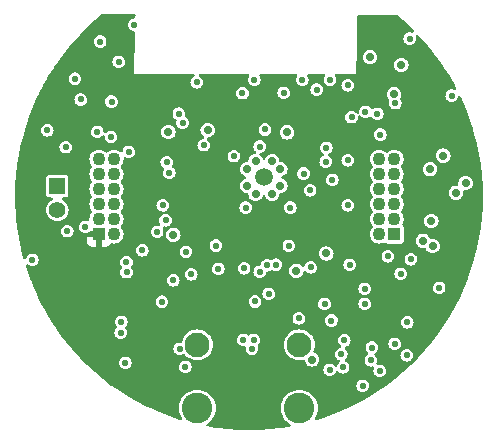
<source format=gbr>
G04 #@! TF.GenerationSoftware,KiCad,Pcbnew,7.0.7*
G04 #@! TF.CreationDate,2024-10-23T00:01:57-07:00*
G04 #@! TF.ProjectId,ESP_POE_1.4b,4553505f-504f-4455-9f31-2e34622e6b69,K*
G04 #@! TF.SameCoordinates,Original*
G04 #@! TF.FileFunction,Copper,L3,Inr*
G04 #@! TF.FilePolarity,Positive*
%FSLAX46Y46*%
G04 Gerber Fmt 4.6, Leading zero omitted, Abs format (unit mm)*
G04 Created by KiCad (PCBNEW 7.0.7) date 2024-10-23 00:01:57*
%MOMM*%
%LPD*%
G01*
G04 APERTURE LIST*
G04 #@! TA.AperFunction,ComponentPad*
%ADD10R,1.400000X1.400000*%
G04 #@! TD*
G04 #@! TA.AperFunction,ComponentPad*
%ADD11C,1.400000*%
G04 #@! TD*
G04 #@! TA.AperFunction,ComponentPad*
%ADD12C,2.100000*%
G04 #@! TD*
G04 #@! TA.AperFunction,ComponentPad*
%ADD13C,2.600000*%
G04 #@! TD*
G04 #@! TA.AperFunction,ComponentPad*
%ADD14R,1.100000X1.100000*%
G04 #@! TD*
G04 #@! TA.AperFunction,ComponentPad*
%ADD15C,1.100000*%
G04 #@! TD*
G04 #@! TA.AperFunction,ComponentPad*
%ADD16C,0.700000*%
G04 #@! TD*
G04 #@! TA.AperFunction,ComponentPad*
%ADD17C,1.500000*%
G04 #@! TD*
G04 #@! TA.AperFunction,ViaPad*
%ADD18C,0.550000*%
G04 #@! TD*
G04 #@! TA.AperFunction,ViaPad*
%ADD19C,0.700000*%
G04 #@! TD*
G04 APERTURE END LIST*
D10*
X74389520Y-143148050D03*
D11*
X74392060Y-145177510D03*
D12*
X86256400Y-156589400D03*
D13*
X86256400Y-161949400D03*
D12*
X94896400Y-156589400D03*
D13*
X94896400Y-161949400D03*
D14*
X77927200Y-147218400D03*
D15*
X79197200Y-147218400D03*
X77927200Y-145948400D03*
X79197200Y-145948400D03*
X77927200Y-144678400D03*
X79197200Y-144678400D03*
X77927200Y-143408400D03*
X79197200Y-143408400D03*
X77927200Y-142138400D03*
X79197200Y-142138400D03*
X77927200Y-140868400D03*
X79197200Y-140868400D03*
D16*
X93288000Y-143120000D03*
X93288000Y-141720000D03*
X92588000Y-143820000D03*
X92588000Y-141020000D03*
D17*
X91888000Y-142420000D03*
D16*
X91188000Y-143820000D03*
X91188000Y-141020000D03*
X90488000Y-143120000D03*
X90488000Y-141720000D03*
D14*
X102920800Y-147218400D03*
D15*
X101650800Y-147218400D03*
X102920800Y-145948400D03*
X101650800Y-145948400D03*
X102920800Y-144678400D03*
X101650800Y-144678400D03*
X102920800Y-143408400D03*
X101650800Y-143408400D03*
X102920800Y-142138400D03*
X101650800Y-142138400D03*
X102920800Y-140868400D03*
X101650800Y-140868400D03*
D18*
X93573600Y-135261600D03*
X76384400Y-135820400D03*
X72288400Y-149402800D03*
X96367600Y-134975600D03*
X98602800Y-158496000D03*
X104241600Y-130657600D03*
X86207600Y-134367600D03*
X97180400Y-139903200D03*
X104343200Y-149343700D03*
X79774800Y-155549600D03*
X92913200Y-149809200D03*
D19*
X97180400Y-148856298D03*
D18*
X100431600Y-153130000D03*
D19*
X102903979Y-135378187D03*
D18*
X98988000Y-134620000D03*
X103479600Y-150571200D03*
X75239700Y-146964400D03*
X103987600Y-157480000D03*
X95859600Y-150032800D03*
X73558400Y-138430000D03*
D19*
X106070400Y-146100800D03*
D18*
X84767299Y-156925237D03*
X77779700Y-138561600D03*
X78028800Y-130911600D03*
X107797600Y-135483600D03*
X105968800Y-137261600D03*
X77984024Y-133483076D03*
X104827901Y-156514800D03*
X106426000Y-133654800D03*
X79552800Y-156819600D03*
X97586800Y-137464800D03*
X103632000Y-153517600D03*
D19*
X85445600Y-143459200D03*
D18*
X83566000Y-134447100D03*
X97485200Y-134162800D03*
X98988000Y-140970000D03*
X97466400Y-158718000D03*
D19*
X103530400Y-132892800D03*
X100868400Y-132232400D03*
D18*
X99314000Y-137312400D03*
X100489115Y-136874658D03*
X101041200Y-156819600D03*
D19*
X108153200Y-143713200D03*
D18*
X79603600Y-132638800D03*
X94848690Y-154352127D03*
X100431600Y-151841200D03*
X75107800Y-139852400D03*
X90078400Y-135280400D03*
X100252962Y-160044562D03*
X106730800Y-151771600D03*
X84226400Y-151130000D03*
X86798849Y-139687300D03*
D19*
X93850621Y-138610179D03*
D18*
X95148400Y-134162300D03*
X91084400Y-134144000D03*
X80924400Y-129489200D03*
X80453800Y-140258800D03*
X85293200Y-148710400D03*
X104038400Y-154686000D03*
X101701600Y-158800800D03*
D19*
X95961200Y-157835600D03*
D18*
X102972438Y-156515638D03*
D19*
X84226400Y-147269200D03*
D18*
X83874200Y-142036800D03*
X91983560Y-138360400D03*
X97028000Y-153130000D03*
X90220800Y-150114000D03*
X87833200Y-148183600D03*
X76758800Y-146608800D03*
X80162400Y-158108400D03*
X100945292Y-157900100D03*
X98988000Y-144780000D03*
X103022400Y-136120300D03*
X101752400Y-138785600D03*
X75895200Y-134061200D03*
X78943200Y-138988800D03*
X80264103Y-150432480D03*
X101498400Y-137026400D03*
X97688400Y-142627600D03*
X92151200Y-149860000D03*
X91024898Y-156179400D03*
X90881200Y-156921200D03*
X91541600Y-150418800D03*
X90152902Y-156179400D03*
X83261200Y-152940000D03*
D19*
X107086400Y-140565599D03*
X105968800Y-141732000D03*
D18*
X102385801Y-149098000D03*
X95250000Y-142087600D03*
D19*
X105359200Y-147777200D03*
X108966000Y-142900400D03*
D18*
X85750400Y-150622000D03*
D19*
X106172000Y-148234400D03*
D18*
X89357200Y-140614400D03*
X90358280Y-144969957D03*
X95808800Y-143510000D03*
X94005254Y-148208854D03*
X79825600Y-154635200D03*
X88036400Y-150164800D03*
X94132400Y-144969500D03*
X81603600Y-148590000D03*
D19*
X83810951Y-138569200D03*
X87128700Y-138417300D03*
X94640400Y-150317200D03*
D18*
X83566000Y-146050000D03*
X99163106Y-149809029D03*
X83667600Y-141122400D03*
X91541600Y-139801600D03*
X83330800Y-144780000D03*
X97129600Y-141071600D03*
X85007200Y-137787257D03*
X78994000Y-135991600D03*
X82854800Y-147015200D03*
X98450400Y-157378400D03*
X91135700Y-152921239D03*
X92298700Y-152280000D03*
X98704400Y-156210000D03*
X84696128Y-137021528D03*
X80257900Y-149606000D03*
X97611543Y-154533468D03*
X85242400Y-158464000D03*
G04 #@! TA.AperFunction,Conductor*
G36*
X80898751Y-128574276D02*
G01*
X80965708Y-128594236D01*
X81011245Y-128647228D01*
X81022184Y-128701993D01*
X81018111Y-128837759D01*
X80996425Y-128904178D01*
X80942273Y-128948329D01*
X80910353Y-128956980D01*
X80786173Y-128973329D01*
X80786172Y-128973329D01*
X80657366Y-129026682D01*
X80546756Y-129111556D01*
X80461882Y-129222166D01*
X80408529Y-129350972D01*
X80408529Y-129350973D01*
X80390331Y-129489200D01*
X80408529Y-129627427D01*
X80461883Y-129756235D01*
X80546756Y-129866844D01*
X80657365Y-129951717D01*
X80786173Y-130005071D01*
X80871197Y-130016264D01*
X80935092Y-130044530D01*
X80973564Y-130102854D01*
X80978955Y-130142921D01*
X80873599Y-133654800D01*
X85921412Y-133654800D01*
X85988451Y-133674485D01*
X86034206Y-133727289D01*
X86044150Y-133796447D01*
X86015125Y-133860003D01*
X85968864Y-133893361D01*
X85940567Y-133905081D01*
X85829956Y-133989956D01*
X85745082Y-134100566D01*
X85704133Y-134199427D01*
X85691729Y-134229373D01*
X85673531Y-134367600D01*
X85691729Y-134505827D01*
X85745083Y-134634635D01*
X85829956Y-134745244D01*
X85940565Y-134830117D01*
X86069373Y-134883471D01*
X86207600Y-134901669D01*
X86345827Y-134883471D01*
X86474635Y-134830117D01*
X86585244Y-134745244D01*
X86670117Y-134634635D01*
X86723471Y-134505827D01*
X86741669Y-134367600D01*
X86723471Y-134229373D01*
X86670117Y-134100566D01*
X86670117Y-134100565D01*
X86585247Y-133989959D01*
X86585245Y-133989957D01*
X86585244Y-133989956D01*
X86474635Y-133905083D01*
X86474634Y-133905082D01*
X86474632Y-133905081D01*
X86446336Y-133893361D01*
X86391932Y-133849520D01*
X86369867Y-133783226D01*
X86387146Y-133715527D01*
X86438283Y-133667916D01*
X86493788Y-133654800D01*
X90540910Y-133654800D01*
X90607949Y-133674485D01*
X90653704Y-133727289D01*
X90663648Y-133796447D01*
X90639285Y-133854287D01*
X90621882Y-133876965D01*
X90575079Y-133989959D01*
X90568529Y-134005773D01*
X90550331Y-134144000D01*
X90568529Y-134282227D01*
X90621883Y-134411035D01*
X90706756Y-134521644D01*
X90817365Y-134606517D01*
X90946173Y-134659871D01*
X91084400Y-134678069D01*
X91222627Y-134659871D01*
X91351435Y-134606517D01*
X91462044Y-134521644D01*
X91546917Y-134411035D01*
X91600271Y-134282227D01*
X91618469Y-134144000D01*
X91600271Y-134005773D01*
X91546917Y-133876966D01*
X91546916Y-133876965D01*
X91529514Y-133854285D01*
X91504321Y-133789115D01*
X91518360Y-133720671D01*
X91567175Y-133670682D01*
X91627891Y-133654800D01*
X94618952Y-133654800D01*
X94685991Y-133674485D01*
X94731746Y-133727289D01*
X94741690Y-133796447D01*
X94717329Y-133854283D01*
X94710756Y-133862851D01*
X94685881Y-133895268D01*
X94632529Y-134024072D01*
X94632529Y-134024073D01*
X94614331Y-134162300D01*
X94632529Y-134300526D01*
X94632529Y-134300527D01*
X94660311Y-134367600D01*
X94685883Y-134429335D01*
X94770756Y-134539944D01*
X94881365Y-134624817D01*
X95010173Y-134678171D01*
X95148400Y-134696369D01*
X95286627Y-134678171D01*
X95415435Y-134624817D01*
X95526044Y-134539944D01*
X95610917Y-134429335D01*
X95664271Y-134300527D01*
X95682469Y-134162300D01*
X95664271Y-134024073D01*
X95610917Y-133895266D01*
X95596875Y-133876966D01*
X95579472Y-133854285D01*
X95554279Y-133789116D01*
X95568318Y-133720671D01*
X95617132Y-133670682D01*
X95677849Y-133654800D01*
X96956135Y-133654800D01*
X97023174Y-133674485D01*
X97068929Y-133727289D01*
X97078873Y-133796447D01*
X97054511Y-133854286D01*
X97022682Y-133895765D01*
X96969536Y-134024073D01*
X96969329Y-134024573D01*
X96951131Y-134162800D01*
X96969329Y-134301027D01*
X97022683Y-134429835D01*
X97107556Y-134540444D01*
X97218165Y-134625317D01*
X97346973Y-134678671D01*
X97485200Y-134696869D01*
X97623427Y-134678671D01*
X97752235Y-134625317D01*
X97759164Y-134620000D01*
X98453931Y-134620000D01*
X98472129Y-134758226D01*
X98472129Y-134758227D01*
X98524207Y-134883956D01*
X98525483Y-134887035D01*
X98610356Y-134997644D01*
X98720965Y-135082517D01*
X98849773Y-135135871D01*
X98988000Y-135154069D01*
X99126227Y-135135871D01*
X99255035Y-135082517D01*
X99365644Y-134997644D01*
X99450517Y-134887035D01*
X99503871Y-134758227D01*
X99522069Y-134620000D01*
X99503871Y-134481773D01*
X99450517Y-134352966D01*
X99450517Y-134352965D01*
X99365647Y-134242359D01*
X99365645Y-134242357D01*
X99365644Y-134242356D01*
X99255035Y-134157483D01*
X99126227Y-134104129D01*
X98988000Y-134085931D01*
X98849773Y-134104129D01*
X98849772Y-134104129D01*
X98720966Y-134157482D01*
X98610356Y-134242356D01*
X98525482Y-134352966D01*
X98472129Y-134481772D01*
X98472129Y-134481773D01*
X98453931Y-134620000D01*
X97759164Y-134620000D01*
X97862844Y-134540444D01*
X97947717Y-134429835D01*
X98001071Y-134301027D01*
X98019269Y-134162800D01*
X98001071Y-134024573D01*
X97958986Y-133922972D01*
X97947717Y-133895765D01*
X97915889Y-133854286D01*
X97890695Y-133789117D01*
X97904734Y-133720672D01*
X97953548Y-133670682D01*
X98014265Y-133654800D01*
X99720399Y-133654800D01*
X99720400Y-133654800D01*
X99728175Y-132892800D01*
X102920684Y-132892800D01*
X102941460Y-133050605D01*
X102941461Y-133050609D01*
X103002368Y-133197655D01*
X103002369Y-133197657D01*
X103002370Y-133197658D01*
X103099266Y-133323934D01*
X103225542Y-133420830D01*
X103372594Y-133481740D01*
X103512040Y-133500098D01*
X103530399Y-133502516D01*
X103530400Y-133502516D01*
X103530401Y-133502516D01*
X103546846Y-133500350D01*
X103688206Y-133481740D01*
X103835258Y-133420830D01*
X103961534Y-133323934D01*
X104058430Y-133197658D01*
X104119340Y-133050606D01*
X104140116Y-132892800D01*
X104119340Y-132734994D01*
X104058430Y-132587942D01*
X103961534Y-132461666D01*
X103835258Y-132364770D01*
X103835257Y-132364769D01*
X103835255Y-132364768D01*
X103688209Y-132303861D01*
X103688207Y-132303860D01*
X103688206Y-132303860D01*
X103557562Y-132286660D01*
X103530401Y-132283084D01*
X103530399Y-132283084D01*
X103372594Y-132303860D01*
X103372590Y-132303861D01*
X103225544Y-132364768D01*
X103099266Y-132461666D01*
X103002368Y-132587944D01*
X102941461Y-132734990D01*
X102941460Y-132734994D01*
X102920684Y-132892799D01*
X102920684Y-132892800D01*
X99728175Y-132892800D01*
X99734914Y-132232400D01*
X100258684Y-132232400D01*
X100279460Y-132390205D01*
X100279461Y-132390209D01*
X100340368Y-132537255D01*
X100340369Y-132537257D01*
X100340370Y-132537258D01*
X100437266Y-132663534D01*
X100563542Y-132760430D01*
X100710594Y-132821340D01*
X100850040Y-132839698D01*
X100868399Y-132842116D01*
X100868400Y-132842116D01*
X100868401Y-132842116D01*
X100884846Y-132839950D01*
X101026206Y-132821340D01*
X101173258Y-132760430D01*
X101299534Y-132663534D01*
X101396430Y-132537258D01*
X101457340Y-132390206D01*
X101478116Y-132232400D01*
X101457340Y-132074594D01*
X101396430Y-131927542D01*
X101299534Y-131801266D01*
X101173258Y-131704370D01*
X101173257Y-131704369D01*
X101173255Y-131704368D01*
X101026209Y-131643461D01*
X101026207Y-131643460D01*
X101026206Y-131643460D01*
X100947302Y-131633072D01*
X100868401Y-131622684D01*
X100868399Y-131622684D01*
X100710594Y-131643460D01*
X100710590Y-131643461D01*
X100563544Y-131704368D01*
X100437266Y-131801266D01*
X100340368Y-131927544D01*
X100279461Y-132074590D01*
X100279460Y-132074594D01*
X100258684Y-132232399D01*
X100258684Y-132232400D01*
X99734914Y-132232400D01*
X99756777Y-130089875D01*
X99769948Y-128799135D01*
X99790316Y-128732300D01*
X99843584Y-128687086D01*
X99893942Y-128676400D01*
X103092651Y-128676400D01*
X103159690Y-128696085D01*
X103172119Y-128705212D01*
X103652993Y-129106673D01*
X103655088Y-129108504D01*
X104308874Y-129706090D01*
X104310885Y-129708013D01*
X104561732Y-129958860D01*
X104595217Y-130020183D01*
X104590233Y-130089875D01*
X104548361Y-130145808D01*
X104482897Y-130170225D01*
X104426599Y-130161102D01*
X104379830Y-130141730D01*
X104379828Y-130141729D01*
X104379827Y-130141729D01*
X104241600Y-130123531D01*
X104103373Y-130141729D01*
X104103372Y-130141729D01*
X103974566Y-130195082D01*
X103863956Y-130279956D01*
X103779082Y-130390566D01*
X103725729Y-130519372D01*
X103725729Y-130519373D01*
X103707531Y-130657600D01*
X103725729Y-130795827D01*
X103779083Y-130924635D01*
X103863956Y-131035244D01*
X103974565Y-131120117D01*
X104103373Y-131173471D01*
X104241600Y-131191669D01*
X104379827Y-131173471D01*
X104508635Y-131120117D01*
X104619244Y-131035244D01*
X104704117Y-130924635D01*
X104757471Y-130795827D01*
X104775669Y-130657600D01*
X104757471Y-130519373D01*
X104738390Y-130473309D01*
X104730922Y-130403844D01*
X104762196Y-130341364D01*
X104822285Y-130305711D01*
X104892110Y-130308204D01*
X104944479Y-130342200D01*
X105536695Y-130990111D01*
X105538526Y-130992206D01*
X106106189Y-131672157D01*
X106107907Y-131674311D01*
X106300718Y-131927542D01*
X106644487Y-132379037D01*
X106646123Y-132381288D01*
X106701809Y-132461666D01*
X107086160Y-133016444D01*
X107150535Y-133109363D01*
X107152068Y-133111685D01*
X107623317Y-133861674D01*
X107624744Y-133864063D01*
X108061862Y-134634423D01*
X108063180Y-134636873D01*
X108158331Y-134823617D01*
X108171227Y-134892286D01*
X108144951Y-134957027D01*
X108087844Y-134997284D01*
X108018039Y-135000276D01*
X108000394Y-134994473D01*
X107935830Y-134967730D01*
X107935828Y-134967729D01*
X107935827Y-134967729D01*
X107797600Y-134949531D01*
X107659373Y-134967729D01*
X107659372Y-134967729D01*
X107530566Y-135021082D01*
X107419956Y-135105956D01*
X107335082Y-135216566D01*
X107281729Y-135345372D01*
X107281729Y-135345373D01*
X107270941Y-135427319D01*
X107263531Y-135483600D01*
X107281729Y-135621827D01*
X107335083Y-135750635D01*
X107419956Y-135861244D01*
X107530565Y-135946117D01*
X107659373Y-135999471D01*
X107797600Y-136017669D01*
X107935827Y-135999471D01*
X108064635Y-135946117D01*
X108175244Y-135861244D01*
X108260117Y-135750635D01*
X108313471Y-135621827D01*
X108313471Y-135621825D01*
X108316581Y-135614318D01*
X108317971Y-135614893D01*
X108349614Y-135562971D01*
X108412459Y-135532437D01*
X108481835Y-135540727D01*
X108535716Y-135585208D01*
X108545930Y-135603438D01*
X108832815Y-136235036D01*
X108833908Y-136237594D01*
X109163655Y-137059642D01*
X109164633Y-137062247D01*
X109457188Y-137898320D01*
X109458045Y-137900957D01*
X109494164Y-138021239D01*
X109712778Y-138749256D01*
X109713519Y-138751939D01*
X109929945Y-139610852D01*
X109930565Y-139613565D01*
X110108237Y-140481311D01*
X110108730Y-140484028D01*
X110231732Y-141260627D01*
X110247292Y-141358871D01*
X110247663Y-141361611D01*
X110343064Y-142208314D01*
X110346837Y-142241801D01*
X110347084Y-142244544D01*
X110406669Y-143128302D01*
X110406794Y-143131082D01*
X110426668Y-144016608D01*
X110426668Y-144019392D01*
X110406794Y-144904917D01*
X110406669Y-144907691D01*
X110347084Y-145791451D01*
X110346837Y-145794195D01*
X110248037Y-146671081D01*
X110247666Y-146674370D01*
X110247292Y-146677128D01*
X110244894Y-146692269D01*
X110109159Y-147549269D01*
X110108734Y-147551950D01*
X110108237Y-147554688D01*
X109930565Y-148422434D01*
X109929945Y-148425147D01*
X109713519Y-149284060D01*
X109712778Y-149286743D01*
X109458048Y-150135033D01*
X109457188Y-150137679D01*
X109164633Y-150973752D01*
X109163655Y-150976357D01*
X108833908Y-151798405D01*
X108832815Y-151800963D01*
X108466514Y-152607402D01*
X108465306Y-152609909D01*
X108063180Y-153399126D01*
X108061862Y-153401576D01*
X107624744Y-154171936D01*
X107623317Y-154174325D01*
X107152068Y-154924314D01*
X107150535Y-154926636D01*
X106646123Y-155654711D01*
X106644487Y-155656962D01*
X106107924Y-156361667D01*
X106106189Y-156363842D01*
X105538526Y-157043793D01*
X105536695Y-157045888D01*
X104939109Y-157699674D01*
X104937186Y-157701685D01*
X104310885Y-158327986D01*
X104308874Y-158329909D01*
X103655088Y-158927495D01*
X103652993Y-158929326D01*
X102973042Y-159496989D01*
X102970867Y-159498724D01*
X102266162Y-160035287D01*
X102263911Y-160036923D01*
X101535836Y-160541335D01*
X101533514Y-160542868D01*
X100783525Y-161014117D01*
X100781136Y-161015544D01*
X100010776Y-161452662D01*
X100008326Y-161453980D01*
X99219109Y-161856106D01*
X99216602Y-161857314D01*
X98410163Y-162223615D01*
X98407605Y-162224708D01*
X97585557Y-162554455D01*
X97582952Y-162555433D01*
X96746879Y-162847988D01*
X96744233Y-162848848D01*
X96349636Y-162967339D01*
X96279768Y-162967767D01*
X96220760Y-162930353D01*
X96191346Y-162866976D01*
X96200867Y-162797758D01*
X96208239Y-162783802D01*
X96285753Y-162657311D01*
X96379389Y-162431252D01*
X96436509Y-162193329D01*
X96455707Y-161949400D01*
X96436509Y-161705471D01*
X96379389Y-161467548D01*
X96379388Y-161467545D01*
X96379388Y-161467544D01*
X96285755Y-161241492D01*
X96285753Y-161241489D01*
X96157909Y-161032867D01*
X96157903Y-161032858D01*
X95998999Y-160846805D01*
X95998994Y-160846800D01*
X95812941Y-160687896D01*
X95812932Y-160687890D01*
X95604310Y-160560046D01*
X95604307Y-160560044D01*
X95378254Y-160466411D01*
X95140332Y-160409291D01*
X94957382Y-160394892D01*
X94896400Y-160390093D01*
X94896399Y-160390093D01*
X94652467Y-160409291D01*
X94414546Y-160466411D01*
X94414544Y-160466411D01*
X94188492Y-160560044D01*
X94188489Y-160560046D01*
X93979867Y-160687890D01*
X93979858Y-160687896D01*
X93793805Y-160846800D01*
X93793800Y-160846805D01*
X93634896Y-161032858D01*
X93634890Y-161032867D01*
X93507046Y-161241489D01*
X93507044Y-161241492D01*
X93413411Y-161467544D01*
X93413411Y-161467546D01*
X93356291Y-161705467D01*
X93337093Y-161949400D01*
X93356291Y-162193332D01*
X93413411Y-162431253D01*
X93413411Y-162431255D01*
X93507044Y-162657307D01*
X93507046Y-162657310D01*
X93634890Y-162865932D01*
X93634896Y-162865941D01*
X93793800Y-163051994D01*
X93793805Y-163051999D01*
X93979858Y-163210903D01*
X93979866Y-163210909D01*
X94104773Y-163287452D01*
X94151648Y-163339263D01*
X94163071Y-163408193D01*
X94135414Y-163472356D01*
X94077458Y-163511381D01*
X94059381Y-163515652D01*
X93286328Y-163638092D01*
X93283582Y-163638464D01*
X92403398Y-163737637D01*
X92400651Y-163737884D01*
X91516891Y-163797469D01*
X91514117Y-163797594D01*
X90628591Y-163817468D01*
X90625809Y-163817468D01*
X89740282Y-163797594D01*
X89737510Y-163797469D01*
X88853744Y-163737884D01*
X88851008Y-163737637D01*
X87970811Y-163638463D01*
X87968075Y-163638092D01*
X87762041Y-163605460D01*
X87114285Y-163502865D01*
X87051150Y-163472936D01*
X87014219Y-163413624D01*
X87015217Y-163343762D01*
X87053827Y-163285529D01*
X87068884Y-163274670D01*
X87172938Y-163210906D01*
X87358997Y-163051997D01*
X87517906Y-162865938D01*
X87645753Y-162657311D01*
X87645756Y-162657305D01*
X87739388Y-162431255D01*
X87739388Y-162431254D01*
X87739389Y-162431252D01*
X87796509Y-162193329D01*
X87815707Y-161949400D01*
X87796509Y-161705471D01*
X87739389Y-161467548D01*
X87739388Y-161467545D01*
X87739388Y-161467544D01*
X87645755Y-161241492D01*
X87645753Y-161241489D01*
X87517909Y-161032867D01*
X87517903Y-161032858D01*
X87358999Y-160846805D01*
X87358994Y-160846800D01*
X87172941Y-160687896D01*
X87172932Y-160687890D01*
X86964310Y-160560046D01*
X86964307Y-160560044D01*
X86738254Y-160466411D01*
X86500332Y-160409291D01*
X86256400Y-160390093D01*
X86012467Y-160409291D01*
X85774546Y-160466411D01*
X85774544Y-160466411D01*
X85548492Y-160560044D01*
X85548489Y-160560046D01*
X85339867Y-160687890D01*
X85339858Y-160687896D01*
X85153805Y-160846800D01*
X85153800Y-160846805D01*
X84994896Y-161032858D01*
X84994890Y-161032867D01*
X84867046Y-161241489D01*
X84867044Y-161241492D01*
X84773411Y-161467544D01*
X84773411Y-161467546D01*
X84716291Y-161705467D01*
X84697093Y-161949399D01*
X84716291Y-162193332D01*
X84773411Y-162431253D01*
X84773411Y-162431255D01*
X84867043Y-162657304D01*
X84921641Y-162746400D01*
X84939885Y-162813846D01*
X84918768Y-162880449D01*
X84864996Y-162925062D01*
X84795641Y-162933522D01*
X84780255Y-162929952D01*
X84510157Y-162848845D01*
X84507520Y-162847988D01*
X83671447Y-162555433D01*
X83668842Y-162554455D01*
X82846794Y-162224708D01*
X82844236Y-162223615D01*
X82482944Y-162059508D01*
X82037778Y-161857305D01*
X82035290Y-161856106D01*
X81246073Y-161453980D01*
X81243623Y-161452662D01*
X80473263Y-161015544D01*
X80470874Y-161014117D01*
X79720885Y-160542868D01*
X79718563Y-160541335D01*
X79669117Y-160507079D01*
X79001514Y-160044562D01*
X99718893Y-160044562D01*
X99737091Y-160182789D01*
X99790445Y-160311597D01*
X99875318Y-160422206D01*
X99985927Y-160507079D01*
X100114735Y-160560433D01*
X100252962Y-160578631D01*
X100391189Y-160560433D01*
X100519997Y-160507079D01*
X100630606Y-160422206D01*
X100715479Y-160311597D01*
X100768833Y-160182789D01*
X100787031Y-160044562D01*
X100768833Y-159906335D01*
X100715479Y-159777528D01*
X100715479Y-159777527D01*
X100630609Y-159666921D01*
X100630607Y-159666919D01*
X100630606Y-159666918D01*
X100519997Y-159582045D01*
X100391189Y-159528691D01*
X100252962Y-159510493D01*
X100114735Y-159528691D01*
X100114734Y-159528691D01*
X99985928Y-159582044D01*
X99875318Y-159666918D01*
X99790444Y-159777528D01*
X99737091Y-159906334D01*
X99737091Y-159906335D01*
X99718893Y-160044562D01*
X79001514Y-160044562D01*
X78990488Y-160036923D01*
X78988237Y-160035287D01*
X78504433Y-159666918D01*
X78283511Y-159498707D01*
X78281357Y-159496989D01*
X77601406Y-158929326D01*
X77599311Y-158927495D01*
X76945525Y-158329909D01*
X76943514Y-158327986D01*
X76723928Y-158108400D01*
X79628331Y-158108400D01*
X79636064Y-158167133D01*
X79646529Y-158246626D01*
X79646529Y-158246627D01*
X79694993Y-158363631D01*
X79699883Y-158375435D01*
X79784756Y-158486044D01*
X79895365Y-158570917D01*
X80024173Y-158624271D01*
X80162400Y-158642469D01*
X80300627Y-158624271D01*
X80429435Y-158570917D01*
X80540044Y-158486044D01*
X80556959Y-158464000D01*
X84708331Y-158464000D01*
X84726529Y-158602226D01*
X84726529Y-158602227D01*
X84735659Y-158624270D01*
X84779883Y-158731035D01*
X84864756Y-158841644D01*
X84975365Y-158926517D01*
X85104173Y-158979871D01*
X85242400Y-158998069D01*
X85380627Y-158979871D01*
X85509435Y-158926517D01*
X85620044Y-158841644D01*
X85704917Y-158731035D01*
X85710316Y-158718000D01*
X96932331Y-158718000D01*
X96943285Y-158801207D01*
X96950529Y-158856226D01*
X96950529Y-158856227D01*
X97001743Y-158979870D01*
X97003883Y-158985035D01*
X97088756Y-159095644D01*
X97199365Y-159180517D01*
X97328173Y-159233871D01*
X97466400Y-159252069D01*
X97604627Y-159233871D01*
X97733435Y-159180517D01*
X97844044Y-159095644D01*
X97928917Y-158985035D01*
X97980544Y-158860395D01*
X98024383Y-158805993D01*
X98090677Y-158783928D01*
X98158377Y-158801207D01*
X98193477Y-158832360D01*
X98225156Y-158873644D01*
X98335765Y-158958517D01*
X98464573Y-159011871D01*
X98602800Y-159030069D01*
X98741027Y-159011871D01*
X98869835Y-158958517D01*
X98980444Y-158873644D01*
X99065317Y-158763035D01*
X99118671Y-158634227D01*
X99136869Y-158496000D01*
X99118671Y-158357773D01*
X99076301Y-158255483D01*
X99065317Y-158228965D01*
X98980447Y-158118359D01*
X98980445Y-158118357D01*
X98980444Y-158118356D01*
X98869835Y-158033483D01*
X98869833Y-158033482D01*
X98806308Y-158007169D01*
X98751905Y-157963328D01*
X98730861Y-157900100D01*
X100411223Y-157900100D01*
X100429421Y-158038326D01*
X100429421Y-158038327D01*
X100461162Y-158114958D01*
X100482775Y-158167135D01*
X100567648Y-158277744D01*
X100678257Y-158362617D01*
X100807065Y-158415971D01*
X100945292Y-158434169D01*
X101083519Y-158415971D01*
X101083522Y-158415969D01*
X101086724Y-158415548D01*
X101155759Y-158426313D01*
X101208015Y-158472693D01*
X101226901Y-158539962D01*
X101217471Y-158585939D01*
X101185730Y-158662569D01*
X101185729Y-158662573D01*
X101167531Y-158800800D01*
X101185729Y-158939026D01*
X101185729Y-158939027D01*
X101215901Y-159011870D01*
X101239083Y-159067835D01*
X101323956Y-159178444D01*
X101434565Y-159263317D01*
X101563373Y-159316671D01*
X101701600Y-159334869D01*
X101839827Y-159316671D01*
X101968635Y-159263317D01*
X102079244Y-159178444D01*
X102164117Y-159067835D01*
X102217471Y-158939027D01*
X102235669Y-158800800D01*
X102217471Y-158662573D01*
X102183174Y-158579773D01*
X102164117Y-158533765D01*
X102079247Y-158423159D01*
X102079245Y-158423157D01*
X102079244Y-158423156D01*
X101968635Y-158338283D01*
X101948418Y-158329909D01*
X101930906Y-158322655D01*
X101839827Y-158284929D01*
X101701600Y-158266731D01*
X101701599Y-158266731D01*
X101560166Y-158285351D01*
X101491131Y-158274585D01*
X101438875Y-158228205D01*
X101419990Y-158160936D01*
X101429418Y-158114964D01*
X101461163Y-158038327D01*
X101479361Y-157900100D01*
X101461163Y-157761873D01*
X101413118Y-157645882D01*
X101407809Y-157633065D01*
X101322937Y-157522457D01*
X101284761Y-157493163D01*
X101275150Y-157480000D01*
X103453531Y-157480000D01*
X103459121Y-157522456D01*
X103471729Y-157618226D01*
X103471729Y-157618227D01*
X103477875Y-157633066D01*
X103525083Y-157747035D01*
X103609956Y-157857644D01*
X103720565Y-157942517D01*
X103849373Y-157995871D01*
X103987600Y-158014069D01*
X104125827Y-157995871D01*
X104254635Y-157942517D01*
X104365244Y-157857644D01*
X104450117Y-157747035D01*
X104503471Y-157618227D01*
X104521669Y-157480000D01*
X104503471Y-157341773D01*
X104450117Y-157212966D01*
X104450117Y-157212965D01*
X104365247Y-157102359D01*
X104365245Y-157102357D01*
X104365244Y-157102356D01*
X104254635Y-157017483D01*
X104125827Y-156964129D01*
X103987600Y-156945931D01*
X103849373Y-156964129D01*
X103849372Y-156964129D01*
X103720566Y-157017482D01*
X103609956Y-157102356D01*
X103525082Y-157212966D01*
X103471729Y-157341772D01*
X103471729Y-157341773D01*
X103456256Y-157459305D01*
X103453531Y-157480000D01*
X101275150Y-157480000D01*
X101243559Y-157436735D01*
X101239404Y-157366989D01*
X101273617Y-157306069D01*
X101301910Y-157287413D01*
X101301198Y-157286180D01*
X101308230Y-157282120D01*
X101308232Y-157282117D01*
X101308235Y-157282117D01*
X101418844Y-157197244D01*
X101503717Y-157086635D01*
X101557071Y-156957827D01*
X101575269Y-156819600D01*
X101557071Y-156681373D01*
X101518974Y-156589400D01*
X101503717Y-156552565D01*
X101475382Y-156515638D01*
X102438369Y-156515638D01*
X102456567Y-156653864D01*
X102456567Y-156653865D01*
X102473717Y-156695270D01*
X102509921Y-156782673D01*
X102594794Y-156893282D01*
X102705403Y-156978155D01*
X102834211Y-157031509D01*
X102972438Y-157049707D01*
X103110665Y-157031509D01*
X103239473Y-156978155D01*
X103350082Y-156893282D01*
X103434955Y-156782673D01*
X103488309Y-156653865D01*
X103506507Y-156515638D01*
X103488309Y-156377411D01*
X103434955Y-156248604D01*
X103434955Y-156248603D01*
X103350085Y-156137997D01*
X103350083Y-156137995D01*
X103350082Y-156137994D01*
X103239473Y-156053121D01*
X103110665Y-155999767D01*
X102972438Y-155981569D01*
X102834211Y-155999767D01*
X102834210Y-155999767D01*
X102705404Y-156053120D01*
X102594794Y-156137994D01*
X102509920Y-156248604D01*
X102456567Y-156377410D01*
X102456567Y-156377411D01*
X102438369Y-156515638D01*
X101475382Y-156515638D01*
X101418847Y-156441959D01*
X101418845Y-156441957D01*
X101418844Y-156441956D01*
X101308235Y-156357083D01*
X101179427Y-156303729D01*
X101041200Y-156285531D01*
X100902973Y-156303729D01*
X100902972Y-156303729D01*
X100774166Y-156357082D01*
X100663556Y-156441956D01*
X100578682Y-156552566D01*
X100534926Y-156658203D01*
X100525329Y-156681373D01*
X100507131Y-156819600D01*
X100521038Y-156925237D01*
X100525329Y-156957826D01*
X100525329Y-156957827D01*
X100563386Y-157049706D01*
X100578683Y-157086635D01*
X100663556Y-157197244D01*
X100701731Y-157226536D01*
X100742932Y-157282963D01*
X100747087Y-157352709D01*
X100712875Y-157413630D01*
X100684587Y-157432289D01*
X100685297Y-157433518D01*
X100678261Y-157437580D01*
X100567648Y-157522456D01*
X100482774Y-157633066D01*
X100429421Y-157761872D01*
X100429421Y-157761873D01*
X100411223Y-157900100D01*
X98730861Y-157900100D01*
X98729840Y-157897033D01*
X98747119Y-157829334D01*
X98778269Y-157794237D01*
X98828044Y-157756044D01*
X98912917Y-157645435D01*
X98966271Y-157516627D01*
X98984469Y-157378400D01*
X98966271Y-157240173D01*
X98912917Y-157111366D01*
X98912917Y-157111365D01*
X98828046Y-157000757D01*
X98761905Y-156950006D01*
X98720702Y-156893578D01*
X98716547Y-156823832D01*
X98750759Y-156762912D01*
X98812477Y-156730159D01*
X98821202Y-156728691D01*
X98842627Y-156725871D01*
X98971435Y-156672517D01*
X99082044Y-156587644D01*
X99166917Y-156477035D01*
X99220271Y-156348227D01*
X99238469Y-156210000D01*
X99220271Y-156071773D01*
X99166917Y-155942966D01*
X99166917Y-155942965D01*
X99082047Y-155832359D01*
X99082045Y-155832357D01*
X99082044Y-155832356D01*
X98971435Y-155747483D01*
X98842627Y-155694129D01*
X98704400Y-155675931D01*
X98566173Y-155694129D01*
X98566172Y-155694129D01*
X98437366Y-155747482D01*
X98326756Y-155832356D01*
X98241882Y-155942966D01*
X98191139Y-156065471D01*
X98188529Y-156071773D01*
X98170331Y-156210000D01*
X98184500Y-156317627D01*
X98188529Y-156348226D01*
X98188529Y-156348227D01*
X98235953Y-156462720D01*
X98241883Y-156477035D01*
X98303661Y-156557546D01*
X98326757Y-156587645D01*
X98355092Y-156609387D01*
X98377678Y-156626718D01*
X98392894Y-156638393D01*
X98434097Y-156694821D01*
X98438252Y-156764567D01*
X98404040Y-156825487D01*
X98342323Y-156858240D01*
X98333598Y-156859708D01*
X98312172Y-156862529D01*
X98183366Y-156915882D01*
X98072756Y-157000756D01*
X97987882Y-157111366D01*
X97934529Y-157240172D01*
X97934529Y-157240173D01*
X97916331Y-157378400D01*
X97923587Y-157433518D01*
X97934529Y-157516626D01*
X97934529Y-157516627D01*
X97982759Y-157633066D01*
X97987883Y-157645435D01*
X98072756Y-157756044D01*
X98183365Y-157840917D01*
X98183366Y-157840917D01*
X98183367Y-157840918D01*
X98246890Y-157867230D01*
X98301294Y-157911071D01*
X98323359Y-157977365D01*
X98306080Y-158045064D01*
X98274925Y-158080166D01*
X98225156Y-158118355D01*
X98140282Y-158228966D01*
X98088656Y-158353603D01*
X98044815Y-158408006D01*
X97978521Y-158430071D01*
X97910821Y-158412792D01*
X97875718Y-158381635D01*
X97861903Y-158363631D01*
X97844044Y-158340356D01*
X97733435Y-158255483D01*
X97604627Y-158202129D01*
X97466400Y-158183931D01*
X97328173Y-158202129D01*
X97328172Y-158202129D01*
X97199366Y-158255482D01*
X97088756Y-158340356D01*
X97003882Y-158450966D01*
X96967019Y-158539962D01*
X96950529Y-158579773D01*
X96932331Y-158718000D01*
X85710316Y-158718000D01*
X85758271Y-158602227D01*
X85776469Y-158464000D01*
X85758271Y-158325773D01*
X85704917Y-158196966D01*
X85704917Y-158196965D01*
X85620047Y-158086359D01*
X85620045Y-158086357D01*
X85620044Y-158086356D01*
X85509435Y-158001483D01*
X85495886Y-157995871D01*
X85433846Y-157970173D01*
X85380627Y-157948129D01*
X85242400Y-157929931D01*
X85104173Y-157948129D01*
X85104172Y-157948129D01*
X84975366Y-158001482D01*
X84864756Y-158086356D01*
X84779882Y-158196966D01*
X84726529Y-158325772D01*
X84726529Y-158325773D01*
X84708331Y-158464000D01*
X80556959Y-158464000D01*
X80624917Y-158375435D01*
X80678271Y-158246627D01*
X80696469Y-158108400D01*
X80678271Y-157970173D01*
X80640500Y-157878987D01*
X80624917Y-157841365D01*
X80540047Y-157730759D01*
X80540045Y-157730757D01*
X80540044Y-157730756D01*
X80429435Y-157645883D01*
X80428353Y-157645435D01*
X80362665Y-157618226D01*
X80300627Y-157592529D01*
X80162400Y-157574331D01*
X80024173Y-157592529D01*
X80024172Y-157592529D01*
X79895366Y-157645882D01*
X79784756Y-157730756D01*
X79699882Y-157841366D01*
X79651255Y-157958763D01*
X79646529Y-157970173D01*
X79628331Y-158108400D01*
X76723928Y-158108400D01*
X76317213Y-157701685D01*
X76315290Y-157699674D01*
X75717704Y-157045888D01*
X75715873Y-157043793D01*
X75616895Y-156925237D01*
X84233230Y-156925237D01*
X84251428Y-157063464D01*
X84304782Y-157192272D01*
X84389655Y-157302881D01*
X84500264Y-157387754D01*
X84629072Y-157441108D01*
X84767299Y-157459306D01*
X84905526Y-157441108D01*
X85034334Y-157387754D01*
X85054239Y-157372480D01*
X85119406Y-157347286D01*
X85187851Y-157361323D01*
X85231298Y-157399730D01*
X85253274Y-157431114D01*
X85253281Y-157431122D01*
X85414677Y-157592518D01*
X85414687Y-157592527D01*
X85601654Y-157723444D01*
X85601658Y-157723446D01*
X85808530Y-157819912D01*
X86029011Y-157878989D01*
X86191431Y-157893199D01*
X86256398Y-157898883D01*
X86256400Y-157898883D01*
X86256402Y-157898883D01*
X86313247Y-157893909D01*
X86483789Y-157878989D01*
X86704270Y-157819912D01*
X86911142Y-157723446D01*
X86943634Y-157700695D01*
X87098112Y-157592527D01*
X87098112Y-157592526D01*
X87098119Y-157592522D01*
X87259522Y-157431119D01*
X87390446Y-157244142D01*
X87486912Y-157037270D01*
X87545989Y-156816789D01*
X87565883Y-156589400D01*
X87565729Y-156587645D01*
X87553375Y-156446433D01*
X87545989Y-156362011D01*
X87497059Y-156179400D01*
X89618833Y-156179400D01*
X89636093Y-156310506D01*
X89637031Y-156317626D01*
X89637031Y-156317627D01*
X89684491Y-156432207D01*
X89690385Y-156446435D01*
X89775258Y-156557044D01*
X89885867Y-156641917D01*
X90014675Y-156695271D01*
X90152902Y-156713469D01*
X90218170Y-156704876D01*
X90287204Y-156715641D01*
X90339460Y-156762021D01*
X90358346Y-156829290D01*
X90357294Y-156844000D01*
X90347831Y-156915882D01*
X90347131Y-156921200D01*
X90361654Y-157031508D01*
X90365329Y-157059426D01*
X90365329Y-157059427D01*
X90404892Y-157154942D01*
X90418683Y-157188235D01*
X90503556Y-157298844D01*
X90614165Y-157383717D01*
X90742973Y-157437071D01*
X90881200Y-157455269D01*
X91019427Y-157437071D01*
X91148235Y-157383717D01*
X91258844Y-157298844D01*
X91343717Y-157188235D01*
X91397071Y-157059427D01*
X91415269Y-156921200D01*
X91397071Y-156782973D01*
X91363788Y-156702623D01*
X91356320Y-156633156D01*
X91378222Y-156589401D01*
X93586917Y-156589401D01*
X93606810Y-156816783D01*
X93606812Y-156816794D01*
X93665885Y-157037262D01*
X93665887Y-157037266D01*
X93665888Y-157037270D01*
X93700439Y-157111365D01*
X93762353Y-157244141D01*
X93762355Y-157244145D01*
X93893272Y-157431112D01*
X93893281Y-157431122D01*
X94054677Y-157592518D01*
X94054687Y-157592527D01*
X94241654Y-157723444D01*
X94241658Y-157723446D01*
X94448530Y-157819912D01*
X94669011Y-157878989D01*
X94831431Y-157893199D01*
X94896398Y-157898883D01*
X94896400Y-157898883D01*
X94896402Y-157898883D01*
X94953247Y-157893909D01*
X95123789Y-157878989D01*
X95212668Y-157855174D01*
X95282516Y-157856837D01*
X95340379Y-157895999D01*
X95367699Y-157958763D01*
X95372260Y-157993404D01*
X95372261Y-157993409D01*
X95433168Y-158140455D01*
X95433169Y-158140457D01*
X95433170Y-158140458D01*
X95530066Y-158266734D01*
X95656342Y-158363630D01*
X95803394Y-158424540D01*
X95942840Y-158442898D01*
X95961199Y-158445316D01*
X95961200Y-158445316D01*
X95961201Y-158445316D01*
X95977646Y-158443150D01*
X96119006Y-158424540D01*
X96266058Y-158363630D01*
X96392334Y-158266734D01*
X96489230Y-158140458D01*
X96550140Y-157993406D01*
X96570916Y-157835600D01*
X96550140Y-157677794D01*
X96489230Y-157530742D01*
X96392334Y-157404466D01*
X96266058Y-157307570D01*
X96266057Y-157307569D01*
X96266055Y-157307568D01*
X96163470Y-157265077D01*
X96109066Y-157221237D01*
X96087001Y-157154942D01*
X96098540Y-157098112D01*
X96126912Y-157037270D01*
X96185989Y-156816789D01*
X96205883Y-156589400D01*
X96205729Y-156587645D01*
X96193375Y-156446433D01*
X96185989Y-156362011D01*
X96126912Y-156141530D01*
X96030446Y-155934659D01*
X96030444Y-155934655D01*
X95928181Y-155788610D01*
X95899522Y-155747681D01*
X95738119Y-155586278D01*
X95738117Y-155586276D01*
X95738112Y-155586272D01*
X95551145Y-155455355D01*
X95551141Y-155455353D01*
X95447705Y-155407121D01*
X95344270Y-155358888D01*
X95344266Y-155358887D01*
X95344262Y-155358885D01*
X95123794Y-155299812D01*
X95123790Y-155299811D01*
X95123789Y-155299811D01*
X95123788Y-155299810D01*
X95123783Y-155299810D01*
X94896402Y-155279917D01*
X94896398Y-155279917D01*
X94669016Y-155299810D01*
X94669005Y-155299812D01*
X94448537Y-155358885D01*
X94448528Y-155358889D01*
X94241659Y-155455353D01*
X94241655Y-155455355D01*
X94054680Y-155586278D01*
X93893278Y-155747680D01*
X93762355Y-155934655D01*
X93762353Y-155934659D01*
X93692869Y-156083669D01*
X93667536Y-156137997D01*
X93665889Y-156141528D01*
X93665885Y-156141537D01*
X93606812Y-156362005D01*
X93606810Y-156362016D01*
X93586917Y-156589398D01*
X93586917Y-156589401D01*
X91378222Y-156589401D01*
X91387595Y-156570677D01*
X91402039Y-156557546D01*
X91402535Y-156557050D01*
X91402536Y-156557048D01*
X91402542Y-156557044D01*
X91487415Y-156446435D01*
X91540769Y-156317627D01*
X91558967Y-156179400D01*
X91540769Y-156041173D01*
X91496649Y-155934659D01*
X91487415Y-155912365D01*
X91402545Y-155801759D01*
X91402543Y-155801757D01*
X91402542Y-155801756D01*
X91291933Y-155716883D01*
X91163125Y-155663529D01*
X91024898Y-155645331D01*
X90886671Y-155663529D01*
X90886670Y-155663529D01*
X90757863Y-155716882D01*
X90664386Y-155788610D01*
X90599217Y-155813804D01*
X90530772Y-155799765D01*
X90513414Y-155788610D01*
X90419938Y-155716883D01*
X90355533Y-155690205D01*
X90291129Y-155663529D01*
X90152902Y-155645331D01*
X90014675Y-155663529D01*
X90014674Y-155663529D01*
X89885868Y-155716882D01*
X89775258Y-155801756D01*
X89690384Y-155912366D01*
X89649066Y-156012117D01*
X89637031Y-156041173D01*
X89618833Y-156179400D01*
X87497059Y-156179400D01*
X87486912Y-156141530D01*
X87390446Y-155934659D01*
X87390444Y-155934655D01*
X87288181Y-155788610D01*
X87259522Y-155747681D01*
X87098119Y-155586278D01*
X87098117Y-155586276D01*
X87098112Y-155586272D01*
X86911145Y-155455355D01*
X86911141Y-155455353D01*
X86807705Y-155407121D01*
X86704270Y-155358888D01*
X86704266Y-155358887D01*
X86704262Y-155358885D01*
X86483794Y-155299812D01*
X86483790Y-155299811D01*
X86483789Y-155299811D01*
X86483788Y-155299810D01*
X86483783Y-155299810D01*
X86256402Y-155279917D01*
X86256398Y-155279917D01*
X86029016Y-155299810D01*
X86029005Y-155299812D01*
X85808537Y-155358885D01*
X85808528Y-155358889D01*
X85601659Y-155455353D01*
X85601655Y-155455355D01*
X85414680Y-155586278D01*
X85253278Y-155747680D01*
X85122355Y-155934655D01*
X85122353Y-155934659D01*
X85052869Y-156083669D01*
X85027536Y-156137997D01*
X85025889Y-156141528D01*
X85025886Y-156141534D01*
X84980611Y-156310506D01*
X84944246Y-156370166D01*
X84881399Y-156400695D01*
X84844651Y-156401351D01*
X84767300Y-156391168D01*
X84767299Y-156391168D01*
X84629072Y-156409366D01*
X84629071Y-156409366D01*
X84500265Y-156462719D01*
X84389655Y-156547593D01*
X84304781Y-156658203D01*
X84260724Y-156764567D01*
X84251428Y-156787010D01*
X84233230Y-156925237D01*
X75616895Y-156925237D01*
X75148210Y-156363842D01*
X75146496Y-156361694D01*
X74729332Y-155813804D01*
X74609912Y-155656962D01*
X74608276Y-155654711D01*
X74560868Y-155586281D01*
X74535455Y-155549600D01*
X79240731Y-155549600D01*
X79258929Y-155687826D01*
X79258929Y-155687827D01*
X79284408Y-155749340D01*
X79312283Y-155816635D01*
X79397156Y-155927244D01*
X79507765Y-156012117D01*
X79636573Y-156065471D01*
X79774800Y-156083669D01*
X79913027Y-156065471D01*
X80041835Y-156012117D01*
X80152444Y-155927244D01*
X80237317Y-155816635D01*
X80290671Y-155687827D01*
X80308869Y-155549600D01*
X80290671Y-155411373D01*
X80237317Y-155282566D01*
X80235284Y-155279917D01*
X80169910Y-155194717D01*
X80144717Y-155129548D01*
X80158756Y-155061103D01*
X80192801Y-155020856D01*
X80203244Y-155012844D01*
X80288117Y-154902235D01*
X80341471Y-154773427D01*
X80359669Y-154635200D01*
X80341471Y-154496973D01*
X80288117Y-154368166D01*
X80288117Y-154368165D01*
X80275811Y-154352127D01*
X94314621Y-154352127D01*
X94332819Y-154490354D01*
X94386173Y-154619162D01*
X94471046Y-154729771D01*
X94581655Y-154814644D01*
X94710463Y-154867998D01*
X94848690Y-154886196D01*
X94986917Y-154867998D01*
X95115725Y-154814644D01*
X95226334Y-154729771D01*
X95311207Y-154619162D01*
X95346703Y-154533468D01*
X97077474Y-154533468D01*
X97095672Y-154671695D01*
X97149026Y-154800503D01*
X97233899Y-154911112D01*
X97344508Y-154995985D01*
X97473316Y-155049339D01*
X97611543Y-155067537D01*
X97749770Y-155049339D01*
X97878578Y-154995985D01*
X97989187Y-154911112D01*
X98074060Y-154800503D01*
X98121489Y-154686000D01*
X103504331Y-154686000D01*
X103519405Y-154800501D01*
X103522529Y-154824226D01*
X103522529Y-154824227D01*
X103558517Y-154911111D01*
X103575883Y-154953035D01*
X103660756Y-155063644D01*
X103771365Y-155148517D01*
X103900173Y-155201871D01*
X104038400Y-155220069D01*
X104176627Y-155201871D01*
X104305435Y-155148517D01*
X104416044Y-155063644D01*
X104500917Y-154953035D01*
X104554271Y-154824227D01*
X104572469Y-154686000D01*
X104554271Y-154547773D01*
X104500917Y-154418966D01*
X104500917Y-154418965D01*
X104416047Y-154308359D01*
X104416045Y-154308357D01*
X104416044Y-154308356D01*
X104305435Y-154223483D01*
X104176627Y-154170129D01*
X104038400Y-154151931D01*
X103900173Y-154170129D01*
X103900172Y-154170129D01*
X103771366Y-154223482D01*
X103660756Y-154308356D01*
X103575882Y-154418966D01*
X103528454Y-154533468D01*
X103522529Y-154547773D01*
X103504331Y-154686000D01*
X98121489Y-154686000D01*
X98127414Y-154671695D01*
X98145612Y-154533468D01*
X98127414Y-154395241D01*
X98074060Y-154266434D01*
X98074060Y-154266433D01*
X97989190Y-154155827D01*
X97989188Y-154155825D01*
X97989187Y-154155824D01*
X97878578Y-154070951D01*
X97749770Y-154017597D01*
X97611543Y-153999399D01*
X97473316Y-154017597D01*
X97473315Y-154017597D01*
X97344509Y-154070950D01*
X97233899Y-154155824D01*
X97149025Y-154266434D01*
X97095672Y-154395240D01*
X97095672Y-154395241D01*
X97077474Y-154533468D01*
X95346703Y-154533468D01*
X95364561Y-154490354D01*
X95382759Y-154352127D01*
X95364561Y-154213900D01*
X95311207Y-154085093D01*
X95311207Y-154085092D01*
X95226337Y-153974486D01*
X95226335Y-153974484D01*
X95226334Y-153974483D01*
X95115725Y-153889610D01*
X94986917Y-153836256D01*
X94848690Y-153818058D01*
X94710463Y-153836256D01*
X94710462Y-153836256D01*
X94581656Y-153889609D01*
X94471046Y-153974483D01*
X94386172Y-154085093D01*
X94332819Y-154213899D01*
X94332819Y-154213900D01*
X94314621Y-154352127D01*
X80275811Y-154352127D01*
X80203247Y-154257559D01*
X80203245Y-154257557D01*
X80203244Y-154257556D01*
X80092635Y-154172683D01*
X79963827Y-154119329D01*
X79825600Y-154101131D01*
X79687373Y-154119329D01*
X79687372Y-154119329D01*
X79558566Y-154172682D01*
X79447956Y-154257556D01*
X79363082Y-154368166D01*
X79309729Y-154496972D01*
X79309729Y-154496973D01*
X79291531Y-154635200D01*
X79303982Y-154729770D01*
X79309729Y-154773426D01*
X79309729Y-154773427D01*
X79348901Y-154867998D01*
X79363083Y-154902235D01*
X79430490Y-154990082D01*
X79455683Y-155055248D01*
X79441645Y-155123693D01*
X79407603Y-155163939D01*
X79397156Y-155171955D01*
X79312282Y-155282566D01*
X79258929Y-155411372D01*
X79258929Y-155411373D01*
X79240731Y-155549600D01*
X74535455Y-155549600D01*
X74103855Y-154926623D01*
X74102331Y-154924314D01*
X74066945Y-154867998D01*
X73631082Y-154174325D01*
X73629655Y-154171936D01*
X73331155Y-153645871D01*
X73192531Y-153401566D01*
X73191219Y-153399126D01*
X72957283Y-152940000D01*
X82727131Y-152940000D01*
X82745329Y-153078227D01*
X82798683Y-153207035D01*
X82883556Y-153317644D01*
X82994165Y-153402517D01*
X83122973Y-153455871D01*
X83261200Y-153474069D01*
X83399427Y-153455871D01*
X83528235Y-153402517D01*
X83638844Y-153317644D01*
X83723717Y-153207035D01*
X83777071Y-153078227D01*
X83795269Y-152940000D01*
X83792799Y-152921239D01*
X90601631Y-152921239D01*
X90619829Y-153059466D01*
X90673183Y-153188274D01*
X90758056Y-153298883D01*
X90868665Y-153383756D01*
X90997473Y-153437110D01*
X91135700Y-153455308D01*
X91273927Y-153437110D01*
X91402735Y-153383756D01*
X91513344Y-153298883D01*
X91598217Y-153188274D01*
X91622355Y-153130000D01*
X96493931Y-153130000D01*
X96512129Y-153268227D01*
X96565483Y-153397035D01*
X96650356Y-153507644D01*
X96760965Y-153592517D01*
X96889773Y-153645871D01*
X97028000Y-153664069D01*
X97166227Y-153645871D01*
X97295035Y-153592517D01*
X97405644Y-153507644D01*
X97490517Y-153397035D01*
X97543871Y-153268227D01*
X97562069Y-153130000D01*
X99897531Y-153130000D01*
X99915729Y-153268227D01*
X99969083Y-153397035D01*
X100053956Y-153507644D01*
X100164565Y-153592517D01*
X100293373Y-153645871D01*
X100431600Y-153664069D01*
X100569827Y-153645871D01*
X100698635Y-153592517D01*
X100809244Y-153507644D01*
X100894117Y-153397035D01*
X100947471Y-153268227D01*
X100965669Y-153130000D01*
X100947471Y-152991773D01*
X100894117Y-152862966D01*
X100894117Y-152862965D01*
X100809247Y-152752359D01*
X100809245Y-152752357D01*
X100809244Y-152752356D01*
X100698635Y-152667483D01*
X100569827Y-152614129D01*
X100569825Y-152614128D01*
X100528445Y-152608681D01*
X100527365Y-152608538D01*
X100463469Y-152580273D01*
X100431289Y-152531486D01*
X100401960Y-152578340D01*
X100338754Y-152608119D01*
X100335843Y-152608537D01*
X100293373Y-152614129D01*
X100293372Y-152614129D01*
X100164566Y-152667482D01*
X100053956Y-152752356D01*
X99969082Y-152862966D01*
X99944945Y-152921239D01*
X99915729Y-152991773D01*
X99897531Y-153130000D01*
X97562069Y-153130000D01*
X97543871Y-152991773D01*
X97490517Y-152862966D01*
X97490517Y-152862965D01*
X97405647Y-152752359D01*
X97405645Y-152752357D01*
X97405644Y-152752356D01*
X97295035Y-152667483D01*
X97166227Y-152614129D01*
X97028000Y-152595931D01*
X96889773Y-152614129D01*
X96889772Y-152614129D01*
X96760966Y-152667482D01*
X96650356Y-152752356D01*
X96565482Y-152862966D01*
X96541345Y-152921239D01*
X96512129Y-152991773D01*
X96493931Y-153130000D01*
X91622355Y-153130000D01*
X91651571Y-153059466D01*
X91669769Y-152921239D01*
X91651571Y-152783012D01*
X91603717Y-152667482D01*
X91598217Y-152654204D01*
X91513347Y-152543598D01*
X91513345Y-152543596D01*
X91513344Y-152543595D01*
X91402735Y-152458722D01*
X91273927Y-152405368D01*
X91135700Y-152387170D01*
X90997473Y-152405368D01*
X90997472Y-152405368D01*
X90868666Y-152458721D01*
X90758056Y-152543595D01*
X90673182Y-152654205D01*
X90619829Y-152783011D01*
X90619829Y-152783012D01*
X90601631Y-152921239D01*
X83792799Y-152921239D01*
X83777071Y-152801773D01*
X83723717Y-152672966D01*
X83723717Y-152672965D01*
X83638847Y-152562359D01*
X83638845Y-152562357D01*
X83638844Y-152562356D01*
X83528235Y-152477483D01*
X83399427Y-152424129D01*
X83261200Y-152405931D01*
X83122973Y-152424129D01*
X83122972Y-152424129D01*
X82994166Y-152477482D01*
X82883556Y-152562356D01*
X82798682Y-152672966D01*
X82745329Y-152801772D01*
X82745329Y-152801773D01*
X82727131Y-152940000D01*
X72957283Y-152940000D01*
X72789093Y-152609909D01*
X72787903Y-152607440D01*
X72639173Y-152280000D01*
X91764631Y-152280000D01*
X91782829Y-152418227D01*
X91836183Y-152547035D01*
X91921056Y-152657644D01*
X92031665Y-152742517D01*
X92160473Y-152795871D01*
X92298700Y-152814069D01*
X92436927Y-152795871D01*
X92565735Y-152742517D01*
X92676344Y-152657644D01*
X92761217Y-152547035D01*
X92814571Y-152418227D01*
X92832769Y-152280000D01*
X92814571Y-152141773D01*
X92761217Y-152012966D01*
X92761217Y-152012965D01*
X92676347Y-151902359D01*
X92676345Y-151902357D01*
X92676344Y-151902356D01*
X92596644Y-151841200D01*
X99897531Y-151841200D01*
X99915729Y-151979427D01*
X99969083Y-152108235D01*
X100053956Y-152218844D01*
X100164565Y-152303717D01*
X100293373Y-152357071D01*
X100335834Y-152362661D01*
X100399730Y-152390928D01*
X100431909Y-152439714D01*
X100461239Y-152392860D01*
X100524445Y-152363081D01*
X100527356Y-152362662D01*
X100569827Y-152357071D01*
X100698635Y-152303717D01*
X100809244Y-152218844D01*
X100894117Y-152108235D01*
X100947471Y-151979427D01*
X100965669Y-151841200D01*
X100956506Y-151771600D01*
X106196731Y-151771600D01*
X106213945Y-151902356D01*
X106214929Y-151909826D01*
X106214929Y-151909827D01*
X106257650Y-152012966D01*
X106268283Y-152038635D01*
X106353156Y-152149244D01*
X106463765Y-152234117D01*
X106592573Y-152287471D01*
X106730800Y-152305669D01*
X106869027Y-152287471D01*
X106997835Y-152234117D01*
X107108444Y-152149244D01*
X107193317Y-152038635D01*
X107246671Y-151909827D01*
X107264869Y-151771600D01*
X107246671Y-151633373D01*
X107193317Y-151504566D01*
X107193317Y-151504565D01*
X107108447Y-151393959D01*
X107108445Y-151393957D01*
X107108444Y-151393956D01*
X106997835Y-151309083D01*
X106993122Y-151307131D01*
X106960106Y-151293455D01*
X106869027Y-151255729D01*
X106730800Y-151237531D01*
X106592573Y-151255729D01*
X106592572Y-151255729D01*
X106463766Y-151309082D01*
X106353156Y-151393956D01*
X106268282Y-151504566D01*
X106231852Y-151592517D01*
X106214929Y-151633373D01*
X106196731Y-151771600D01*
X100956506Y-151771600D01*
X100947471Y-151702973D01*
X100916216Y-151627519D01*
X100894117Y-151574165D01*
X100809247Y-151463559D01*
X100809245Y-151463557D01*
X100809244Y-151463556D01*
X100698635Y-151378683D01*
X100569827Y-151325329D01*
X100431600Y-151307131D01*
X100293373Y-151325329D01*
X100293372Y-151325329D01*
X100164566Y-151378682D01*
X100053956Y-151463556D01*
X99969082Y-151574166D01*
X99915729Y-151702972D01*
X99915729Y-151702973D01*
X99897531Y-151841200D01*
X92596644Y-151841200D01*
X92565735Y-151817483D01*
X92436927Y-151764129D01*
X92298700Y-151745931D01*
X92160473Y-151764129D01*
X92160472Y-151764129D01*
X92031666Y-151817482D01*
X91921056Y-151902356D01*
X91836182Y-152012966D01*
X91782829Y-152141772D01*
X91782829Y-152141773D01*
X91764631Y-152280000D01*
X72639173Y-152280000D01*
X72421581Y-151800957D01*
X72420491Y-151798405D01*
X72152375Y-151130000D01*
X83692331Y-151130000D01*
X83710529Y-151268226D01*
X83710529Y-151268227D01*
X83762607Y-151393956D01*
X83763883Y-151397035D01*
X83848756Y-151507644D01*
X83959365Y-151592517D01*
X84088173Y-151645871D01*
X84226400Y-151664069D01*
X84364627Y-151645871D01*
X84493435Y-151592517D01*
X84604044Y-151507644D01*
X84688917Y-151397035D01*
X84742271Y-151268227D01*
X84760469Y-151130000D01*
X84742271Y-150991773D01*
X84699715Y-150889035D01*
X84688917Y-150862965D01*
X84604047Y-150752359D01*
X84604045Y-150752357D01*
X84604044Y-150752356D01*
X84493435Y-150667483D01*
X84383629Y-150622000D01*
X85216331Y-150622000D01*
X85234529Y-150760227D01*
X85287883Y-150889035D01*
X85372756Y-150999644D01*
X85483365Y-151084517D01*
X85612173Y-151137871D01*
X85750400Y-151156069D01*
X85888627Y-151137871D01*
X86017435Y-151084517D01*
X86128044Y-150999644D01*
X86212917Y-150889035D01*
X86266271Y-150760227D01*
X86284469Y-150622000D01*
X86266271Y-150483773D01*
X86229114Y-150394069D01*
X86212917Y-150354965D01*
X86128047Y-150244359D01*
X86128045Y-150244357D01*
X86128044Y-150244356D01*
X86024364Y-150164800D01*
X87502331Y-150164800D01*
X87516384Y-150271546D01*
X87520529Y-150303026D01*
X87520529Y-150303027D01*
X87565022Y-150410444D01*
X87573883Y-150431835D01*
X87658756Y-150542444D01*
X87769365Y-150627317D01*
X87898173Y-150680671D01*
X88036400Y-150698869D01*
X88174627Y-150680671D01*
X88303435Y-150627317D01*
X88414044Y-150542444D01*
X88498917Y-150431835D01*
X88552271Y-150303027D01*
X88570469Y-150164800D01*
X88563781Y-150114000D01*
X89686731Y-150114000D01*
X89696298Y-150186672D01*
X89704929Y-150252226D01*
X89704929Y-150252227D01*
X89756143Y-150375870D01*
X89758283Y-150381035D01*
X89843156Y-150491644D01*
X89953765Y-150576517D01*
X90082573Y-150629871D01*
X90220800Y-150648069D01*
X90359027Y-150629871D01*
X90487835Y-150576517D01*
X90598444Y-150491644D01*
X90654339Y-150418800D01*
X91007531Y-150418800D01*
X91017970Y-150498087D01*
X91025729Y-150557026D01*
X91025729Y-150557027D01*
X91076943Y-150680670D01*
X91079083Y-150685835D01*
X91163956Y-150796444D01*
X91274565Y-150881317D01*
X91403373Y-150934671D01*
X91541600Y-150952869D01*
X91679827Y-150934671D01*
X91808635Y-150881317D01*
X91919244Y-150796444D01*
X92004117Y-150685835D01*
X92057471Y-150557027D01*
X92065230Y-150498084D01*
X92093496Y-150434190D01*
X92151820Y-150395718D01*
X92171975Y-150391333D01*
X92289427Y-150375871D01*
X92418235Y-150322517D01*
X92489817Y-150267590D01*
X92554985Y-150242397D01*
X92623429Y-150256435D01*
X92640790Y-150267593D01*
X92646163Y-150271716D01*
X92646164Y-150271716D01*
X92646165Y-150271717D01*
X92774973Y-150325071D01*
X92913200Y-150343269D01*
X93051427Y-150325071D01*
X93070429Y-150317200D01*
X94030684Y-150317200D01*
X94039414Y-150383513D01*
X94051460Y-150475005D01*
X94051461Y-150475009D01*
X94112368Y-150622055D01*
X94112369Y-150622057D01*
X94112370Y-150622058D01*
X94209266Y-150748334D01*
X94335542Y-150845230D01*
X94482594Y-150906140D01*
X94622040Y-150924498D01*
X94640399Y-150926916D01*
X94640400Y-150926916D01*
X94640401Y-150926916D01*
X94656846Y-150924750D01*
X94798206Y-150906140D01*
X94945258Y-150845230D01*
X95071534Y-150748334D01*
X95168430Y-150622058D01*
X95189496Y-150571200D01*
X102945531Y-150571200D01*
X102963729Y-150709426D01*
X102963729Y-150709427D01*
X103005438Y-150810123D01*
X103017083Y-150838235D01*
X103101956Y-150948844D01*
X103212565Y-151033717D01*
X103341373Y-151087071D01*
X103479600Y-151105269D01*
X103617827Y-151087071D01*
X103746635Y-151033717D01*
X103857244Y-150948844D01*
X103942117Y-150838235D01*
X103995471Y-150709427D01*
X104013669Y-150571200D01*
X103995471Y-150432973D01*
X103958243Y-150343097D01*
X103942117Y-150304165D01*
X103857247Y-150193559D01*
X103857245Y-150193557D01*
X103857244Y-150193556D01*
X103746635Y-150108683D01*
X103617827Y-150055329D01*
X103479600Y-150037131D01*
X103341373Y-150055329D01*
X103341372Y-150055329D01*
X103212566Y-150108682D01*
X103101956Y-150193556D01*
X103017082Y-150304166D01*
X102963729Y-150432972D01*
X102963729Y-150432973D01*
X102945531Y-150571200D01*
X95189496Y-150571200D01*
X95229340Y-150475006D01*
X95234515Y-150435694D01*
X95262781Y-150371799D01*
X95321106Y-150333328D01*
X95390970Y-150332497D01*
X95450194Y-150369569D01*
X95455821Y-150376384D01*
X95481956Y-150410444D01*
X95592565Y-150495317D01*
X95721373Y-150548671D01*
X95859600Y-150566869D01*
X95997827Y-150548671D01*
X96126635Y-150495317D01*
X96237244Y-150410444D01*
X96322117Y-150299835D01*
X96375471Y-150171027D01*
X96393669Y-150032800D01*
X96375471Y-149894573D01*
X96340037Y-149809029D01*
X98629037Y-149809029D01*
X98645867Y-149936868D01*
X98647235Y-149947255D01*
X98647235Y-149947256D01*
X98678037Y-150021620D01*
X98700589Y-150076064D01*
X98785462Y-150186673D01*
X98896071Y-150271546D01*
X99024879Y-150324900D01*
X99163106Y-150343098D01*
X99301333Y-150324900D01*
X99430141Y-150271546D01*
X99540750Y-150186673D01*
X99625623Y-150076064D01*
X99678977Y-149947256D01*
X99697175Y-149809029D01*
X99678977Y-149670802D01*
X99641337Y-149579931D01*
X99625623Y-149541994D01*
X99540753Y-149431388D01*
X99540751Y-149431386D01*
X99540750Y-149431385D01*
X99430141Y-149346512D01*
X99423352Y-149343700D01*
X99362432Y-149318466D01*
X99301333Y-149293158D01*
X99163106Y-149274960D01*
X99024879Y-149293158D01*
X99024878Y-149293158D01*
X98896072Y-149346511D01*
X98785462Y-149431385D01*
X98700588Y-149541995D01*
X98647235Y-149670801D01*
X98647235Y-149670802D01*
X98629037Y-149809029D01*
X96340037Y-149809029D01*
X96322117Y-149765765D01*
X96237247Y-149655159D01*
X96237245Y-149655157D01*
X96237244Y-149655156D01*
X96126635Y-149570283D01*
X95997827Y-149516929D01*
X95859600Y-149498731D01*
X95721373Y-149516929D01*
X95721372Y-149516929D01*
X95592566Y-149570282D01*
X95481956Y-149655156D01*
X95397082Y-149765766D01*
X95343729Y-149894572D01*
X95341626Y-149902423D01*
X95340047Y-149902000D01*
X95315621Y-149957200D01*
X95257293Y-149995664D01*
X95187428Y-149996488D01*
X95128209Y-149959408D01*
X95122582Y-149952593D01*
X95118900Y-149947795D01*
X95071534Y-149886066D01*
X94945258Y-149789170D01*
X94945257Y-149789169D01*
X94945255Y-149789168D01*
X94798209Y-149728261D01*
X94798207Y-149728260D01*
X94798206Y-149728260D01*
X94719302Y-149717872D01*
X94640401Y-149707484D01*
X94640399Y-149707484D01*
X94482594Y-149728260D01*
X94482590Y-149728261D01*
X94335544Y-149789168D01*
X94209266Y-149886066D01*
X94112368Y-150012344D01*
X94051461Y-150159390D01*
X94051460Y-150159394D01*
X94036695Y-150271546D01*
X94030684Y-150317200D01*
X93070429Y-150317200D01*
X93180235Y-150271717D01*
X93290844Y-150186844D01*
X93375717Y-150076235D01*
X93429071Y-149947427D01*
X93447269Y-149809200D01*
X93429071Y-149670973D01*
X93387363Y-149570282D01*
X93375717Y-149542165D01*
X93290847Y-149431559D01*
X93290845Y-149431557D01*
X93290844Y-149431556D01*
X93180235Y-149346683D01*
X93179822Y-149346512D01*
X93112113Y-149318466D01*
X93051427Y-149293329D01*
X92913200Y-149275131D01*
X92774973Y-149293329D01*
X92774972Y-149293329D01*
X92646166Y-149346682D01*
X92574583Y-149401609D01*
X92509414Y-149426802D01*
X92440969Y-149412763D01*
X92423615Y-149401610D01*
X92418237Y-149397484D01*
X92418235Y-149397483D01*
X92289427Y-149344129D01*
X92151200Y-149325931D01*
X92012973Y-149344129D01*
X92012972Y-149344129D01*
X91884166Y-149397482D01*
X91773556Y-149482356D01*
X91688682Y-149592966D01*
X91635329Y-149721772D01*
X91635329Y-149721774D01*
X91627569Y-149780714D01*
X91599302Y-149844611D01*
X91540977Y-149883081D01*
X91520816Y-149887467D01*
X91403373Y-149902929D01*
X91403372Y-149902929D01*
X91274566Y-149956282D01*
X91163956Y-150041156D01*
X91079082Y-150151766D01*
X91025729Y-150280572D01*
X91025729Y-150280573D01*
X91017498Y-150343097D01*
X91007531Y-150418800D01*
X90654339Y-150418800D01*
X90683317Y-150381035D01*
X90736671Y-150252227D01*
X90754869Y-150114000D01*
X90736671Y-149975773D01*
X90698960Y-149884731D01*
X90683317Y-149846965D01*
X90598447Y-149736359D01*
X90598445Y-149736357D01*
X90598444Y-149736356D01*
X90487835Y-149651483D01*
X90359027Y-149598129D01*
X90220800Y-149579931D01*
X90082573Y-149598129D01*
X90082572Y-149598129D01*
X89953766Y-149651482D01*
X89843156Y-149736356D01*
X89758282Y-149846966D01*
X89704929Y-149975772D01*
X89704929Y-149975773D01*
X89686731Y-150114000D01*
X88563781Y-150114000D01*
X88552271Y-150026573D01*
X88498917Y-149897766D01*
X88498917Y-149897765D01*
X88414047Y-149787159D01*
X88414045Y-149787157D01*
X88414044Y-149787156D01*
X88303435Y-149702283D01*
X88174627Y-149648929D01*
X88036400Y-149630731D01*
X87898173Y-149648929D01*
X87898172Y-149648929D01*
X87769366Y-149702282D01*
X87658756Y-149787156D01*
X87573882Y-149897766D01*
X87520529Y-150026572D01*
X87520529Y-150026573D01*
X87502331Y-150164800D01*
X86024364Y-150164800D01*
X86017435Y-150159483D01*
X86017220Y-150159394D01*
X85958407Y-150135033D01*
X85888627Y-150106129D01*
X85750400Y-150087931D01*
X85612173Y-150106129D01*
X85612172Y-150106129D01*
X85483366Y-150159482D01*
X85372756Y-150244356D01*
X85287882Y-150354966D01*
X85238160Y-150475006D01*
X85234529Y-150483773D01*
X85216331Y-150622000D01*
X84383629Y-150622000D01*
X84364627Y-150614129D01*
X84226400Y-150595931D01*
X84088173Y-150614129D01*
X84088172Y-150614129D01*
X83959366Y-150667482D01*
X83848756Y-150752356D01*
X83763882Y-150862966D01*
X83710529Y-150991772D01*
X83710529Y-150991773D01*
X83692331Y-151130000D01*
X72152375Y-151130000D01*
X72090744Y-150976357D01*
X72089766Y-150973752D01*
X71797211Y-150137679D01*
X71796362Y-150135069D01*
X71734198Y-149928054D01*
X71733771Y-149858188D01*
X71771185Y-149799180D01*
X71834562Y-149769766D01*
X71903780Y-149779287D01*
X71928446Y-149794018D01*
X72021363Y-149865316D01*
X72021364Y-149865316D01*
X72021365Y-149865317D01*
X72150173Y-149918671D01*
X72288400Y-149936869D01*
X72426627Y-149918671D01*
X72555435Y-149865317D01*
X72666044Y-149780444D01*
X72750917Y-149669835D01*
X72777358Y-149606000D01*
X79723831Y-149606000D01*
X79739017Y-149721344D01*
X79742029Y-149744226D01*
X79742029Y-149744227D01*
X79795383Y-149873036D01*
X79852748Y-149947795D01*
X79877942Y-150012964D01*
X79863904Y-150081409D01*
X79852749Y-150098765D01*
X79801586Y-150165444D01*
X79748232Y-150294252D01*
X79748232Y-150294253D01*
X79741802Y-150343097D01*
X79730034Y-150432480D01*
X79735633Y-150475004D01*
X79748232Y-150570706D01*
X79748232Y-150570707D01*
X79795919Y-150685835D01*
X79801586Y-150699515D01*
X79886459Y-150810124D01*
X79997068Y-150894997D01*
X80125876Y-150948351D01*
X80264103Y-150966549D01*
X80402330Y-150948351D01*
X80531138Y-150894997D01*
X80641747Y-150810124D01*
X80726620Y-150699515D01*
X80779974Y-150570707D01*
X80798172Y-150432480D01*
X80779974Y-150294253D01*
X80726620Y-150165446D01*
X80669251Y-150090680D01*
X80644059Y-150025516D01*
X80658097Y-149957071D01*
X80669249Y-149939717D01*
X80720417Y-149873035D01*
X80773771Y-149744227D01*
X80791969Y-149606000D01*
X80773771Y-149467773D01*
X80731215Y-149365035D01*
X80720417Y-149338965D01*
X80635547Y-149228359D01*
X80635545Y-149228357D01*
X80635544Y-149228356D01*
X80524935Y-149143483D01*
X80396127Y-149090129D01*
X80257900Y-149071931D01*
X80119673Y-149090129D01*
X80119672Y-149090129D01*
X79990866Y-149143482D01*
X79880256Y-149228356D01*
X79795382Y-149338966D01*
X79742444Y-149466771D01*
X79742029Y-149467773D01*
X79723831Y-149606000D01*
X72777358Y-149606000D01*
X72804271Y-149541027D01*
X72822469Y-149402800D01*
X72804271Y-149264573D01*
X72750917Y-149135766D01*
X72750917Y-149135765D01*
X72666047Y-149025159D01*
X72666045Y-149025157D01*
X72666044Y-149025156D01*
X72555435Y-148940283D01*
X72426627Y-148886929D01*
X72288400Y-148868731D01*
X72150173Y-148886929D01*
X72150172Y-148886929D01*
X72021366Y-148940282D01*
X71910756Y-149025156D01*
X71825882Y-149135766D01*
X71797009Y-149205473D01*
X71772530Y-149264572D01*
X71769419Y-149272082D01*
X71766674Y-149270945D01*
X71737699Y-149318466D01*
X71674847Y-149348985D01*
X71605473Y-149340680D01*
X71551602Y-149296186D01*
X71534062Y-149256997D01*
X71365993Y-148590000D01*
X81069531Y-148590000D01*
X81087729Y-148728227D01*
X81141083Y-148857035D01*
X81225956Y-148967644D01*
X81336565Y-149052517D01*
X81465373Y-149105871D01*
X81603600Y-149124069D01*
X81741827Y-149105871D01*
X81870635Y-149052517D01*
X81981244Y-148967644D01*
X82066117Y-148857035D01*
X82119471Y-148728227D01*
X82121818Y-148710400D01*
X84759131Y-148710400D01*
X84777329Y-148848627D01*
X84830683Y-148977435D01*
X84915556Y-149088044D01*
X85026165Y-149172917D01*
X85154973Y-149226271D01*
X85293200Y-149244469D01*
X85431427Y-149226271D01*
X85560235Y-149172917D01*
X85670844Y-149088044D01*
X85755717Y-148977435D01*
X85805894Y-148856298D01*
X96570684Y-148856298D01*
X96591460Y-149014103D01*
X96591461Y-149014107D01*
X96652368Y-149161153D01*
X96652369Y-149161155D01*
X96652370Y-149161156D01*
X96749266Y-149287432D01*
X96875542Y-149384328D01*
X97022594Y-149445238D01*
X97162040Y-149463596D01*
X97180399Y-149466014D01*
X97180400Y-149466014D01*
X97180401Y-149466014D01*
X97196846Y-149463848D01*
X97338206Y-149445238D01*
X97485258Y-149384328D01*
X97611534Y-149287432D01*
X97708430Y-149161156D01*
X97734590Y-149097999D01*
X101851732Y-149097999D01*
X101869930Y-149236226D01*
X101869930Y-149236227D01*
X101915611Y-149346512D01*
X101923284Y-149365035D01*
X102008157Y-149475644D01*
X102118766Y-149560517D01*
X102247574Y-149613871D01*
X102385801Y-149632069D01*
X102524028Y-149613871D01*
X102652836Y-149560517D01*
X102763445Y-149475644D01*
X102848318Y-149365035D01*
X102857155Y-149343700D01*
X103809131Y-149343700D01*
X103825465Y-149467772D01*
X103827329Y-149481926D01*
X103827329Y-149481927D01*
X103867923Y-149579931D01*
X103880683Y-149610735D01*
X103965556Y-149721344D01*
X104076165Y-149806217D01*
X104204973Y-149859571D01*
X104343200Y-149877769D01*
X104481427Y-149859571D01*
X104610235Y-149806217D01*
X104720844Y-149721344D01*
X104805717Y-149610735D01*
X104859071Y-149481927D01*
X104877269Y-149343700D01*
X104859071Y-149205473D01*
X104814554Y-149098000D01*
X104805717Y-149076665D01*
X104720847Y-148966059D01*
X104720845Y-148966057D01*
X104720844Y-148966056D01*
X104610235Y-148881183D01*
X104481427Y-148827829D01*
X104343200Y-148809631D01*
X104204973Y-148827829D01*
X104204972Y-148827829D01*
X104076166Y-148881182D01*
X103965556Y-148966056D01*
X103880682Y-149076666D01*
X103840814Y-149172917D01*
X103827329Y-149205473D01*
X103809131Y-149343700D01*
X102857155Y-149343700D01*
X102901672Y-149236227D01*
X102919870Y-149098000D01*
X102901672Y-148959773D01*
X102859116Y-148857035D01*
X102848318Y-148830965D01*
X102763448Y-148720359D01*
X102763446Y-148720357D01*
X102763445Y-148720356D01*
X102652836Y-148635483D01*
X102524028Y-148582129D01*
X102385801Y-148563931D01*
X102247574Y-148582129D01*
X102247573Y-148582129D01*
X102118767Y-148635482D01*
X102008157Y-148720356D01*
X101923283Y-148830966D01*
X101869930Y-148959772D01*
X101869930Y-148959773D01*
X101851732Y-149097999D01*
X97734590Y-149097999D01*
X97769340Y-149014104D01*
X97790116Y-148856298D01*
X97769340Y-148698492D01*
X97712491Y-148561244D01*
X97708431Y-148551442D01*
X97708430Y-148551441D01*
X97708430Y-148551440D01*
X97611534Y-148425164D01*
X97485258Y-148328268D01*
X97485257Y-148328267D01*
X97485255Y-148328266D01*
X97338209Y-148267359D01*
X97338207Y-148267358D01*
X97338206Y-148267358D01*
X97259302Y-148256969D01*
X97180401Y-148246582D01*
X97180399Y-148246582D01*
X97022594Y-148267358D01*
X97022590Y-148267359D01*
X96875544Y-148328266D01*
X96749266Y-148425164D01*
X96652368Y-148551442D01*
X96591461Y-148698488D01*
X96591460Y-148698492D01*
X96570684Y-148856297D01*
X96570684Y-148856298D01*
X85805894Y-148856298D01*
X85809071Y-148848627D01*
X85827269Y-148710400D01*
X85809071Y-148572173D01*
X85769188Y-148475887D01*
X85755717Y-148443365D01*
X85670847Y-148332759D01*
X85670845Y-148332757D01*
X85670844Y-148332756D01*
X85560235Y-148247883D01*
X85431427Y-148194529D01*
X85348413Y-148183600D01*
X87299131Y-148183600D01*
X87317329Y-148321826D01*
X87317329Y-148321827D01*
X87369238Y-148447148D01*
X87370683Y-148450635D01*
X87455556Y-148561244D01*
X87566165Y-148646117D01*
X87694973Y-148699471D01*
X87833200Y-148717669D01*
X87971427Y-148699471D01*
X88100235Y-148646117D01*
X88210844Y-148561244D01*
X88295717Y-148450635D01*
X88349071Y-148321827D01*
X88363944Y-148208854D01*
X93471185Y-148208854D01*
X93487498Y-148332759D01*
X93489383Y-148347080D01*
X93489383Y-148347081D01*
X93532275Y-148450633D01*
X93542737Y-148475889D01*
X93627610Y-148586498D01*
X93738219Y-148671371D01*
X93867027Y-148724725D01*
X94005254Y-148742923D01*
X94143481Y-148724725D01*
X94272289Y-148671371D01*
X94382898Y-148586498D01*
X94467771Y-148475889D01*
X94521125Y-148347081D01*
X94539323Y-148208854D01*
X94521125Y-148070627D01*
X94471940Y-147951884D01*
X94467771Y-147941819D01*
X94382901Y-147831213D01*
X94382899Y-147831211D01*
X94382898Y-147831210D01*
X94272289Y-147746337D01*
X94143481Y-147692983D01*
X94005254Y-147674785D01*
X93867027Y-147692983D01*
X93867026Y-147692983D01*
X93738220Y-147746336D01*
X93627610Y-147831210D01*
X93542736Y-147941820D01*
X93489383Y-148070626D01*
X93489383Y-148070627D01*
X93471254Y-148208333D01*
X93471185Y-148208854D01*
X88363944Y-148208854D01*
X88367269Y-148183600D01*
X88349071Y-148045373D01*
X88310346Y-147951883D01*
X88295717Y-147916565D01*
X88210847Y-147805959D01*
X88210845Y-147805957D01*
X88210844Y-147805956D01*
X88100235Y-147721083D01*
X87971427Y-147667729D01*
X87833200Y-147649531D01*
X87694973Y-147667729D01*
X87694972Y-147667729D01*
X87566166Y-147721082D01*
X87455556Y-147805956D01*
X87370682Y-147916566D01*
X87317329Y-148045372D01*
X87317329Y-148045373D01*
X87299131Y-148183600D01*
X85348413Y-148183600D01*
X85293200Y-148176331D01*
X85154973Y-148194529D01*
X85154972Y-148194529D01*
X85026166Y-148247882D01*
X84915556Y-148332756D01*
X84830682Y-148443366D01*
X84785916Y-148551442D01*
X84777329Y-148572173D01*
X84759131Y-148710400D01*
X82121818Y-148710400D01*
X82137669Y-148590000D01*
X82119471Y-148451773D01*
X82076106Y-148347081D01*
X82066117Y-148322965D01*
X81981247Y-148212359D01*
X81981245Y-148212357D01*
X81981244Y-148212356D01*
X81870635Y-148127483D01*
X81741827Y-148074129D01*
X81603600Y-148055931D01*
X81465373Y-148074129D01*
X81465372Y-148074129D01*
X81336566Y-148127482D01*
X81225956Y-148212356D01*
X81141082Y-148322966D01*
X81088201Y-148450633D01*
X81087729Y-148451773D01*
X81069531Y-148590000D01*
X71365993Y-148590000D01*
X71324454Y-148425147D01*
X71323840Y-148422463D01*
X71146157Y-147554661D01*
X71145675Y-147552007D01*
X71052607Y-146964400D01*
X74705631Y-146964400D01*
X74715353Y-147038249D01*
X74723829Y-147102626D01*
X74723829Y-147102627D01*
X74732959Y-147124670D01*
X74777183Y-147231435D01*
X74862056Y-147342044D01*
X74972665Y-147426917D01*
X75101473Y-147480271D01*
X75239700Y-147498469D01*
X75377927Y-147480271D01*
X75506735Y-147426917D01*
X75617344Y-147342044D01*
X75702217Y-147231435D01*
X75755571Y-147102627D01*
X75773769Y-146964400D01*
X75755571Y-146826173D01*
X75718921Y-146737693D01*
X75702217Y-146697365D01*
X75634259Y-146608800D01*
X76224731Y-146608800D01*
X76233363Y-146674370D01*
X76242929Y-146747026D01*
X76242929Y-146747027D01*
X76280638Y-146838066D01*
X76296283Y-146875835D01*
X76381156Y-146986444D01*
X76491765Y-147071317D01*
X76620573Y-147124671D01*
X76758800Y-147142869D01*
X76897027Y-147124671D01*
X77025835Y-147071317D01*
X77087082Y-147024321D01*
X77126566Y-146994024D01*
X77191735Y-146968830D01*
X77202052Y-146968400D01*
X77465153Y-146968400D01*
X77532192Y-146988085D01*
X77577947Y-147040889D01*
X77587891Y-147110047D01*
X77585358Y-147122843D01*
X77583217Y-147131296D01*
X77573571Y-147247699D01*
X77573571Y-147247702D01*
X77573572Y-147247702D01*
X77588210Y-147305508D01*
X77590351Y-147313960D01*
X77587725Y-147383781D01*
X77547769Y-147441098D01*
X77483168Y-147467714D01*
X77470145Y-147468400D01*
X76877200Y-147468400D01*
X76877200Y-147816244D01*
X76883601Y-147875772D01*
X76883603Y-147875779D01*
X76933845Y-148010486D01*
X76933849Y-148010493D01*
X77020009Y-148125587D01*
X77020012Y-148125590D01*
X77135106Y-148211750D01*
X77135113Y-148211754D01*
X77269820Y-148261996D01*
X77269827Y-148261998D01*
X77329355Y-148268399D01*
X77329372Y-148268400D01*
X77677200Y-148268400D01*
X77677200Y-147676298D01*
X77696885Y-147609259D01*
X77749689Y-147563504D01*
X77818847Y-147553560D01*
X77841459Y-147559015D01*
X77868795Y-147568400D01*
X77956204Y-147568400D01*
X77956205Y-147568400D01*
X78032790Y-147555620D01*
X78102155Y-147564002D01*
X78155977Y-147608555D01*
X78177168Y-147675133D01*
X78177200Y-147677929D01*
X78177200Y-148268400D01*
X78525028Y-148268400D01*
X78525044Y-148268399D01*
X78584572Y-148261998D01*
X78584579Y-148261996D01*
X78719286Y-148211754D01*
X78719293Y-148211750D01*
X78834386Y-148125590D01*
X78888128Y-148053802D01*
X78944062Y-148011931D01*
X79010094Y-148007208D01*
X79010128Y-148006914D01*
X79011715Y-148007092D01*
X79013754Y-148006947D01*
X79015001Y-148007225D01*
X79017040Y-148007689D01*
X79017049Y-148007693D01*
X79017058Y-148007694D01*
X79197196Y-148027991D01*
X79197200Y-148027991D01*
X79197204Y-148027991D01*
X79377345Y-148007694D01*
X79377346Y-148007693D01*
X79377351Y-148007693D01*
X79548468Y-147947816D01*
X79701972Y-147851364D01*
X79830164Y-147723172D01*
X79926616Y-147569668D01*
X79986493Y-147398551D01*
X79996024Y-147313960D01*
X80006791Y-147218403D01*
X80006791Y-147218396D01*
X79986494Y-147038254D01*
X79986493Y-147038252D01*
X79986493Y-147038249D01*
X79978428Y-147015200D01*
X82320731Y-147015200D01*
X82338929Y-147153427D01*
X82392283Y-147282235D01*
X82477156Y-147392844D01*
X82587765Y-147477717D01*
X82716573Y-147531071D01*
X82854800Y-147549269D01*
X82993027Y-147531071D01*
X83121835Y-147477717D01*
X83232444Y-147392844D01*
X83317317Y-147282235D01*
X83322716Y-147269200D01*
X83616684Y-147269200D01*
X83635547Y-147412479D01*
X83637460Y-147427005D01*
X83637461Y-147427009D01*
X83698368Y-147574055D01*
X83698369Y-147574057D01*
X83698370Y-147574058D01*
X83795266Y-147700334D01*
X83921542Y-147797230D01*
X84068594Y-147858140D01*
X84202573Y-147875779D01*
X84226399Y-147878916D01*
X84226400Y-147878916D01*
X84226401Y-147878916D01*
X84250227Y-147875779D01*
X84384206Y-147858140D01*
X84531258Y-147797230D01*
X84657534Y-147700334D01*
X84754430Y-147574058D01*
X84815340Y-147427006D01*
X84836116Y-147269200D01*
X84829428Y-147218403D01*
X100841209Y-147218403D01*
X100861505Y-147398545D01*
X100921382Y-147569664D01*
X100921383Y-147569667D01*
X100965538Y-147639939D01*
X101017836Y-147723172D01*
X101146028Y-147851364D01*
X101299532Y-147947816D01*
X101470649Y-148007693D01*
X101470652Y-148007693D01*
X101470654Y-148007694D01*
X101650796Y-148027991D01*
X101650800Y-148027991D01*
X101650804Y-148027991D01*
X101830947Y-148007694D01*
X101830949Y-148007693D01*
X101830951Y-148007693D01*
X102002068Y-147947816D01*
X102029603Y-147930514D01*
X102096837Y-147911513D01*
X102163673Y-147931879D01*
X102183257Y-147947826D01*
X102187314Y-147951883D01*
X102208503Y-147966041D01*
X102271499Y-148008134D01*
X102271502Y-148008134D01*
X102271503Y-148008135D01*
X102290588Y-148011931D01*
X102345733Y-148022900D01*
X103495866Y-148022899D01*
X103570101Y-148008134D01*
X103654284Y-147951884D01*
X103710534Y-147867701D01*
X103725300Y-147793467D01*
X103725300Y-147777200D01*
X104749484Y-147777200D01*
X104762875Y-147878916D01*
X104770260Y-147935005D01*
X104770261Y-147935009D01*
X104831168Y-148082055D01*
X104831169Y-148082057D01*
X104831170Y-148082058D01*
X104928066Y-148208334D01*
X105054342Y-148305230D01*
X105201394Y-148366140D01*
X105340840Y-148384498D01*
X105359199Y-148386916D01*
X105359200Y-148386916D01*
X105359201Y-148386916D01*
X105425726Y-148378157D01*
X105475070Y-148371661D01*
X105544106Y-148382426D01*
X105596362Y-148428806D01*
X105605817Y-148447148D01*
X105643968Y-148539255D01*
X105643969Y-148539257D01*
X105643970Y-148539258D01*
X105740866Y-148665534D01*
X105867142Y-148762430D01*
X106014194Y-148823340D01*
X106153640Y-148841698D01*
X106171999Y-148844116D01*
X106172000Y-148844116D01*
X106172001Y-148844116D01*
X106188446Y-148841950D01*
X106329806Y-148823340D01*
X106476858Y-148762430D01*
X106603134Y-148665534D01*
X106700030Y-148539258D01*
X106760940Y-148392206D01*
X106781716Y-148234400D01*
X106760940Y-148076594D01*
X106707599Y-147947816D01*
X106700031Y-147929544D01*
X106700030Y-147929543D01*
X106700030Y-147929542D01*
X106603134Y-147803266D01*
X106476858Y-147706370D01*
X106476857Y-147706369D01*
X106476855Y-147706368D01*
X106329809Y-147645461D01*
X106329807Y-147645460D01*
X106329806Y-147645460D01*
X106250903Y-147635072D01*
X106172001Y-147624684D01*
X106171999Y-147624684D01*
X106056129Y-147639939D01*
X105987093Y-147629174D01*
X105934837Y-147582794D01*
X105925387Y-147564462D01*
X105887230Y-147472342D01*
X105790334Y-147346066D01*
X105664058Y-147249170D01*
X105664057Y-147249169D01*
X105664055Y-147249168D01*
X105517009Y-147188261D01*
X105517007Y-147188260D01*
X105517006Y-147188260D01*
X105438102Y-147177872D01*
X105359201Y-147167484D01*
X105359199Y-147167484D01*
X105201394Y-147188260D01*
X105201390Y-147188261D01*
X105054344Y-147249168D01*
X104928066Y-147346066D01*
X104831168Y-147472344D01*
X104770261Y-147619390D01*
X104770260Y-147619394D01*
X104749484Y-147777200D01*
X103725300Y-147777200D01*
X103725299Y-146643334D01*
X103710534Y-146569099D01*
X103676056Y-146517499D01*
X103654283Y-146484914D01*
X103650226Y-146480857D01*
X103616741Y-146419534D01*
X103621725Y-146349842D01*
X103632911Y-146327207D01*
X103650216Y-146299668D01*
X103710093Y-146128551D01*
X103710093Y-146128549D01*
X103710094Y-146128547D01*
X103713220Y-146100800D01*
X105460684Y-146100800D01*
X105481460Y-146258605D01*
X105481461Y-146258609D01*
X105542368Y-146405655D01*
X105542369Y-146405657D01*
X105542370Y-146405658D01*
X105639266Y-146531934D01*
X105765542Y-146628830D01*
X105912594Y-146689740D01*
X106052040Y-146708098D01*
X106070399Y-146710516D01*
X106070400Y-146710516D01*
X106070401Y-146710516D01*
X106086846Y-146708350D01*
X106228206Y-146689740D01*
X106375258Y-146628830D01*
X106501534Y-146531934D01*
X106598430Y-146405658D01*
X106659340Y-146258606D01*
X106680116Y-146100800D01*
X106659340Y-145942994D01*
X106598430Y-145795942D01*
X106501534Y-145669666D01*
X106375258Y-145572770D01*
X106375257Y-145572769D01*
X106375255Y-145572768D01*
X106228209Y-145511861D01*
X106228207Y-145511860D01*
X106228206Y-145511860D01*
X106149302Y-145501472D01*
X106070401Y-145491084D01*
X106070399Y-145491084D01*
X105912594Y-145511860D01*
X105912590Y-145511861D01*
X105765544Y-145572768D01*
X105639266Y-145669666D01*
X105542368Y-145795944D01*
X105481461Y-145942990D01*
X105481460Y-145942994D01*
X105460684Y-146100799D01*
X105460684Y-146100800D01*
X103713220Y-146100800D01*
X103730391Y-145948403D01*
X103730391Y-145948396D01*
X103710094Y-145768254D01*
X103710093Y-145768252D01*
X103710093Y-145768249D01*
X103650216Y-145597132D01*
X103553764Y-145443628D01*
X103511217Y-145401081D01*
X103477732Y-145339758D01*
X103482716Y-145270066D01*
X103511217Y-145225719D01*
X103511217Y-145225718D01*
X103553764Y-145183172D01*
X103650216Y-145029668D01*
X103710093Y-144858551D01*
X103713115Y-144831729D01*
X103730391Y-144678403D01*
X103730391Y-144678396D01*
X103710094Y-144498254D01*
X103710093Y-144498252D01*
X103710093Y-144498249D01*
X103650216Y-144327132D01*
X103553764Y-144173628D01*
X103511217Y-144131081D01*
X103477732Y-144069758D01*
X103482716Y-144000066D01*
X103511217Y-143955719D01*
X103519590Y-143947346D01*
X103553764Y-143913172D01*
X103650216Y-143759668D01*
X103666476Y-143713200D01*
X107543484Y-143713200D01*
X107564260Y-143871005D01*
X107564261Y-143871009D01*
X107625168Y-144018055D01*
X107625169Y-144018057D01*
X107625170Y-144018058D01*
X107722066Y-144144334D01*
X107848342Y-144241230D01*
X107995394Y-144302140D01*
X108134840Y-144320498D01*
X108153199Y-144322916D01*
X108153200Y-144322916D01*
X108153201Y-144322916D01*
X108169646Y-144320750D01*
X108311006Y-144302140D01*
X108458058Y-144241230D01*
X108584334Y-144144334D01*
X108681230Y-144018058D01*
X108742140Y-143871006D01*
X108762916Y-143713200D01*
X108753218Y-143639541D01*
X108763983Y-143570508D01*
X108810362Y-143518252D01*
X108877631Y-143499366D01*
X108892330Y-143500417D01*
X108966000Y-143510116D01*
X109123806Y-143489340D01*
X109270858Y-143428430D01*
X109397134Y-143331534D01*
X109494030Y-143205258D01*
X109554940Y-143058206D01*
X109575716Y-142900400D01*
X109554940Y-142742594D01*
X109494030Y-142595542D01*
X109397134Y-142469266D01*
X109270858Y-142372370D01*
X109270857Y-142372369D01*
X109270855Y-142372368D01*
X109123809Y-142311461D01*
X109123807Y-142311460D01*
X109123806Y-142311460D01*
X109044902Y-142301072D01*
X108966001Y-142290684D01*
X108965999Y-142290684D01*
X108808194Y-142311460D01*
X108808190Y-142311461D01*
X108661144Y-142372368D01*
X108534866Y-142469266D01*
X108437968Y-142595544D01*
X108377061Y-142742590D01*
X108377060Y-142742594D01*
X108356284Y-142900399D01*
X108356284Y-142900401D01*
X108365981Y-142974057D01*
X108355216Y-143043092D01*
X108308836Y-143095348D01*
X108241567Y-143114233D01*
X108226857Y-143113181D01*
X108153202Y-143103484D01*
X108153199Y-143103484D01*
X107995394Y-143124260D01*
X107995390Y-143124261D01*
X107848344Y-143185168D01*
X107722066Y-143282066D01*
X107625168Y-143408344D01*
X107564261Y-143555390D01*
X107564260Y-143555394D01*
X107543484Y-143713199D01*
X107543484Y-143713200D01*
X103666476Y-143713200D01*
X103710093Y-143588551D01*
X103713829Y-143555394D01*
X103730391Y-143408403D01*
X103730391Y-143408396D01*
X103710094Y-143228254D01*
X103710093Y-143228252D01*
X103710093Y-143228249D01*
X103650216Y-143057132D01*
X103553764Y-142903628D01*
X103511217Y-142861081D01*
X103477732Y-142799758D01*
X103482716Y-142730066D01*
X103511217Y-142685719D01*
X103511217Y-142685718D01*
X103553764Y-142643172D01*
X103650216Y-142489668D01*
X103710093Y-142318551D01*
X103711176Y-142308940D01*
X103730391Y-142138403D01*
X103730391Y-142138396D01*
X103710094Y-141958254D01*
X103710093Y-141958252D01*
X103710093Y-141958249D01*
X103650216Y-141787132D01*
X103615575Y-141732000D01*
X105359084Y-141732000D01*
X105379860Y-141889805D01*
X105379861Y-141889809D01*
X105440768Y-142036855D01*
X105440769Y-142036857D01*
X105440770Y-142036858D01*
X105537666Y-142163134D01*
X105663942Y-142260030D01*
X105663943Y-142260030D01*
X105663944Y-142260031D01*
X105674893Y-142264566D01*
X105810994Y-142320940D01*
X105950440Y-142339298D01*
X105968799Y-142341716D01*
X105968800Y-142341716D01*
X105968801Y-142341716D01*
X105985246Y-142339550D01*
X106126606Y-142320940D01*
X106273658Y-142260030D01*
X106399934Y-142163134D01*
X106496830Y-142036858D01*
X106557740Y-141889806D01*
X106578516Y-141732000D01*
X106557740Y-141574194D01*
X106505984Y-141449243D01*
X106496831Y-141427144D01*
X106496830Y-141427143D01*
X106496830Y-141427142D01*
X106399934Y-141300866D01*
X106273658Y-141203970D01*
X106273657Y-141203969D01*
X106273655Y-141203968D01*
X106126609Y-141143061D01*
X106126607Y-141143060D01*
X106126606Y-141143060D01*
X106029466Y-141130271D01*
X105968801Y-141122284D01*
X105968799Y-141122284D01*
X105810994Y-141143060D01*
X105810990Y-141143061D01*
X105663944Y-141203968D01*
X105537666Y-141300866D01*
X105440768Y-141427144D01*
X105379861Y-141574190D01*
X105379860Y-141574194D01*
X105359084Y-141731999D01*
X105359084Y-141732000D01*
X103615575Y-141732000D01*
X103553764Y-141633628D01*
X103511217Y-141591081D01*
X103477732Y-141529758D01*
X103482716Y-141460066D01*
X103511217Y-141415719D01*
X103524905Y-141402031D01*
X103553764Y-141373172D01*
X103650216Y-141219668D01*
X103710093Y-141048551D01*
X103714950Y-141005445D01*
X103730391Y-140868403D01*
X103730391Y-140868396D01*
X103710094Y-140688254D01*
X103710093Y-140688252D01*
X103710093Y-140688249D01*
X103667175Y-140565599D01*
X106476684Y-140565599D01*
X106496372Y-140715144D01*
X106497460Y-140723404D01*
X106497461Y-140723408D01*
X106558368Y-140870454D01*
X106558369Y-140870456D01*
X106558370Y-140870457D01*
X106655266Y-140996733D01*
X106781542Y-141093629D01*
X106928594Y-141154539D01*
X107068040Y-141172897D01*
X107086399Y-141175315D01*
X107086400Y-141175315D01*
X107086401Y-141175315D01*
X107102846Y-141173149D01*
X107244206Y-141154539D01*
X107391258Y-141093629D01*
X107517534Y-140996733D01*
X107614430Y-140870457D01*
X107675340Y-140723405D01*
X107696116Y-140565599D01*
X107675340Y-140407793D01*
X107621572Y-140277983D01*
X107614431Y-140260743D01*
X107614430Y-140260742D01*
X107614430Y-140260741D01*
X107517534Y-140134465D01*
X107391258Y-140037569D01*
X107391257Y-140037568D01*
X107391255Y-140037567D01*
X107244209Y-139976660D01*
X107244207Y-139976659D01*
X107244206Y-139976659D01*
X107165303Y-139966270D01*
X107086401Y-139955883D01*
X107086399Y-139955883D01*
X106928594Y-139976659D01*
X106928590Y-139976660D01*
X106781544Y-140037567D01*
X106655266Y-140134465D01*
X106558368Y-140260743D01*
X106497461Y-140407789D01*
X106497460Y-140407793D01*
X106483065Y-140517135D01*
X106476684Y-140565599D01*
X103667175Y-140565599D01*
X103650216Y-140517132D01*
X103553764Y-140363628D01*
X103425572Y-140235436D01*
X103374222Y-140203171D01*
X103272067Y-140138983D01*
X103272064Y-140138982D01*
X103100945Y-140079105D01*
X102920804Y-140058809D01*
X102920796Y-140058809D01*
X102740654Y-140079105D01*
X102569535Y-140138982D01*
X102569532Y-140138983D01*
X102416027Y-140235436D01*
X102373481Y-140277983D01*
X102312158Y-140311468D01*
X102242466Y-140306484D01*
X102198119Y-140277983D01*
X102155572Y-140235436D01*
X102002067Y-140138983D01*
X102002064Y-140138982D01*
X101830945Y-140079105D01*
X101650804Y-140058809D01*
X101650796Y-140058809D01*
X101470654Y-140079105D01*
X101299535Y-140138982D01*
X101299532Y-140138983D01*
X101146027Y-140235436D01*
X101017836Y-140363627D01*
X100921383Y-140517132D01*
X100921382Y-140517135D01*
X100861505Y-140688254D01*
X100841209Y-140868396D01*
X100841209Y-140868403D01*
X100861505Y-141048545D01*
X100921382Y-141219664D01*
X100921383Y-141219667D01*
X101017836Y-141373172D01*
X101060383Y-141415719D01*
X101093868Y-141477042D01*
X101088884Y-141546734D01*
X101060383Y-141591081D01*
X101017836Y-141633627D01*
X100921383Y-141787132D01*
X100921382Y-141787135D01*
X100861505Y-141958254D01*
X100841209Y-142138396D01*
X100841209Y-142138403D01*
X100861505Y-142318545D01*
X100921382Y-142489664D01*
X100921383Y-142489667D01*
X101017836Y-142643172D01*
X101060383Y-142685719D01*
X101093868Y-142747042D01*
X101088884Y-142816734D01*
X101060383Y-142861081D01*
X101017836Y-142903627D01*
X100921383Y-143057132D01*
X100921382Y-143057135D01*
X100861505Y-143228254D01*
X100841209Y-143408396D01*
X100841209Y-143408403D01*
X100861505Y-143588545D01*
X100921382Y-143759664D01*
X100921383Y-143759667D01*
X101017836Y-143913172D01*
X101060383Y-143955719D01*
X101093868Y-144017042D01*
X101088884Y-144086734D01*
X101060383Y-144131081D01*
X101017836Y-144173627D01*
X100921383Y-144327132D01*
X100921382Y-144327135D01*
X100861505Y-144498254D01*
X100841209Y-144678396D01*
X100841209Y-144678403D01*
X100861505Y-144858545D01*
X100921382Y-145029664D01*
X100921383Y-145029667D01*
X101017836Y-145183172D01*
X101060383Y-145225719D01*
X101093868Y-145287042D01*
X101088884Y-145356734D01*
X101060383Y-145401081D01*
X101017836Y-145443627D01*
X100921383Y-145597132D01*
X100921382Y-145597135D01*
X100861505Y-145768254D01*
X100841209Y-145948396D01*
X100841209Y-145948403D01*
X100861505Y-146128545D01*
X100921382Y-146299664D01*
X100921383Y-146299667D01*
X101017836Y-146453172D01*
X101060383Y-146495719D01*
X101093868Y-146557042D01*
X101088884Y-146626734D01*
X101060383Y-146671081D01*
X101017836Y-146713627D01*
X100921383Y-146867132D01*
X100921382Y-146867135D01*
X100861505Y-147038254D01*
X100841209Y-147218396D01*
X100841209Y-147218403D01*
X84829428Y-147218403D01*
X84815340Y-147111394D01*
X84774733Y-147013359D01*
X84754431Y-146964344D01*
X84754430Y-146964343D01*
X84754430Y-146964342D01*
X84657534Y-146838066D01*
X84531258Y-146741170D01*
X84531257Y-146741169D01*
X84531255Y-146741168D01*
X84384209Y-146680261D01*
X84384207Y-146680260D01*
X84384206Y-146680260D01*
X84305303Y-146669872D01*
X84226401Y-146659484D01*
X84226399Y-146659484D01*
X84068594Y-146680260D01*
X83951854Y-146728614D01*
X83931734Y-146730776D01*
X83927980Y-146736185D01*
X83925660Y-146738009D01*
X83795268Y-146838063D01*
X83698368Y-146964344D01*
X83637461Y-147111390D01*
X83637460Y-147111394D01*
X83616684Y-147269200D01*
X83322716Y-147269200D01*
X83370671Y-147153427D01*
X83388869Y-147015200D01*
X83370671Y-146876973D01*
X83317317Y-146748166D01*
X83314207Y-146740657D01*
X83316819Y-146739574D01*
X83303575Y-146685015D01*
X83326416Y-146618985D01*
X83381331Y-146575785D01*
X83443619Y-146567957D01*
X83566000Y-146584069D01*
X83704227Y-146565871D01*
X83802722Y-146525072D01*
X83822841Y-146522909D01*
X83826598Y-146517499D01*
X83828917Y-146515676D01*
X83833032Y-146512517D01*
X83833035Y-146512517D01*
X83943644Y-146427644D01*
X84028517Y-146317035D01*
X84081871Y-146188227D01*
X84100069Y-146050000D01*
X84081871Y-145911773D01*
X84033892Y-145795942D01*
X84028517Y-145782965D01*
X83943647Y-145672359D01*
X83943645Y-145672357D01*
X83943644Y-145672356D01*
X83833035Y-145587483D01*
X83704227Y-145534129D01*
X83566000Y-145515931D01*
X83561145Y-145515931D01*
X83494106Y-145496246D01*
X83458274Y-145454894D01*
X83458393Y-145455716D01*
X83429368Y-145519272D01*
X83383108Y-145552630D01*
X83298966Y-145587482D01*
X83188356Y-145672356D01*
X83103482Y-145782966D01*
X83050129Y-145911772D01*
X83050129Y-145911773D01*
X83040231Y-145986959D01*
X83031931Y-146050000D01*
X83042273Y-146128551D01*
X83050129Y-146188226D01*
X83050129Y-146188227D01*
X83106593Y-146324543D01*
X83103982Y-146325624D01*
X83117224Y-146380201D01*
X83094373Y-146446228D01*
X83039452Y-146489420D01*
X82977179Y-146497242D01*
X82854801Y-146481131D01*
X82854800Y-146481131D01*
X82716573Y-146499329D01*
X82716572Y-146499329D01*
X82587766Y-146552682D01*
X82477156Y-146637556D01*
X82392282Y-146748166D01*
X82343005Y-146867132D01*
X82338929Y-146876973D01*
X82320731Y-147015200D01*
X79978428Y-147015200D01*
X79926616Y-146867132D01*
X79830164Y-146713628D01*
X79787617Y-146671081D01*
X79754132Y-146609758D01*
X79759116Y-146540066D01*
X79787617Y-146495719D01*
X79802479Y-146480857D01*
X79830164Y-146453172D01*
X79926616Y-146299668D01*
X79986493Y-146128551D01*
X79986918Y-146124782D01*
X80006791Y-145948403D01*
X80006791Y-145948396D01*
X79986494Y-145768254D01*
X79986493Y-145768252D01*
X79986493Y-145768249D01*
X79926616Y-145597132D01*
X79830164Y-145443628D01*
X79787617Y-145401081D01*
X79754132Y-145339758D01*
X79759116Y-145270066D01*
X79787617Y-145225719D01*
X79787617Y-145225718D01*
X79830164Y-145183172D01*
X79926616Y-145029668D01*
X79986493Y-144858551D01*
X79989515Y-144831729D01*
X79995344Y-144780000D01*
X82796731Y-144780000D01*
X82807072Y-144858551D01*
X82814929Y-144918226D01*
X82814929Y-144918227D01*
X82844821Y-144990394D01*
X82868283Y-145047035D01*
X82953156Y-145157644D01*
X83063765Y-145242517D01*
X83192573Y-145295871D01*
X83330800Y-145314069D01*
X83335655Y-145314069D01*
X83402694Y-145333754D01*
X83438525Y-145375105D01*
X83438407Y-145374284D01*
X83467432Y-145310728D01*
X83513692Y-145277370D01*
X83597835Y-145242517D01*
X83708444Y-145157644D01*
X83793317Y-145047035D01*
X83825244Y-144969957D01*
X89824211Y-144969957D01*
X89842409Y-145108183D01*
X89842409Y-145108184D01*
X89891093Y-145225719D01*
X89895763Y-145236992D01*
X89980636Y-145347601D01*
X90091245Y-145432474D01*
X90220053Y-145485828D01*
X90358280Y-145504026D01*
X90496507Y-145485828D01*
X90625315Y-145432474D01*
X90735924Y-145347601D01*
X90820797Y-145236992D01*
X90874151Y-145108184D01*
X90892349Y-144969957D01*
X90892289Y-144969500D01*
X93598331Y-144969500D01*
X93616529Y-145107727D01*
X93669883Y-145236535D01*
X93754756Y-145347144D01*
X93865365Y-145432017D01*
X93994173Y-145485371D01*
X94132400Y-145503569D01*
X94270627Y-145485371D01*
X94399435Y-145432017D01*
X94510044Y-145347144D01*
X94594917Y-145236535D01*
X94648271Y-145107727D01*
X94666469Y-144969500D01*
X94648271Y-144831273D01*
X94627033Y-144780000D01*
X98453931Y-144780000D01*
X98464272Y-144858551D01*
X98472129Y-144918226D01*
X98472129Y-144918227D01*
X98502021Y-144990394D01*
X98525483Y-145047035D01*
X98610356Y-145157644D01*
X98720965Y-145242517D01*
X98849773Y-145295871D01*
X98988000Y-145314069D01*
X99126227Y-145295871D01*
X99255035Y-145242517D01*
X99365644Y-145157644D01*
X99450517Y-145047035D01*
X99503871Y-144918227D01*
X99522069Y-144780000D01*
X99503871Y-144641773D01*
X99450517Y-144512966D01*
X99450517Y-144512965D01*
X99365647Y-144402359D01*
X99365645Y-144402357D01*
X99365644Y-144402356D01*
X99255035Y-144317483D01*
X99126227Y-144264129D01*
X98988000Y-144245931D01*
X98849773Y-144264129D01*
X98849772Y-144264129D01*
X98720966Y-144317482D01*
X98610356Y-144402356D01*
X98525482Y-144512966D01*
X98472129Y-144641772D01*
X98472129Y-144641773D01*
X98453931Y-144780000D01*
X94627033Y-144780000D01*
X94617016Y-144755818D01*
X94594917Y-144702465D01*
X94510047Y-144591859D01*
X94510045Y-144591857D01*
X94510044Y-144591856D01*
X94399435Y-144506983D01*
X94378361Y-144498254D01*
X94361706Y-144491355D01*
X94270627Y-144453629D01*
X94132400Y-144435431D01*
X93994173Y-144453629D01*
X93994172Y-144453629D01*
X93865366Y-144506982D01*
X93754756Y-144591856D01*
X93669882Y-144702466D01*
X93616529Y-144831272D01*
X93616529Y-144831273D01*
X93598331Y-144969500D01*
X90892289Y-144969500D01*
X90874151Y-144831730D01*
X90820797Y-144702923D01*
X90820797Y-144702922D01*
X90735927Y-144592316D01*
X90735925Y-144592314D01*
X90735924Y-144592313D01*
X90625315Y-144507440D01*
X90624209Y-144506982D01*
X90587586Y-144491812D01*
X90496507Y-144454086D01*
X90358280Y-144435888D01*
X90220053Y-144454086D01*
X90220052Y-144454086D01*
X90091246Y-144507439D01*
X89980636Y-144592313D01*
X89895762Y-144702923D01*
X89842409Y-144831729D01*
X89842409Y-144831730D01*
X89824211Y-144969957D01*
X83825244Y-144969957D01*
X83846671Y-144918227D01*
X83864869Y-144780000D01*
X83846671Y-144641773D01*
X83793317Y-144512966D01*
X83793317Y-144512965D01*
X83708447Y-144402359D01*
X83708445Y-144402357D01*
X83708444Y-144402356D01*
X83597835Y-144317483D01*
X83469027Y-144264129D01*
X83330800Y-144245931D01*
X83192573Y-144264129D01*
X83192572Y-144264129D01*
X83063766Y-144317482D01*
X82953156Y-144402356D01*
X82868282Y-144512966D01*
X82814929Y-144641772D01*
X82814929Y-144641773D01*
X82796731Y-144780000D01*
X79995344Y-144780000D01*
X80006791Y-144678403D01*
X80006791Y-144678396D01*
X79986494Y-144498254D01*
X79986493Y-144498252D01*
X79986493Y-144498249D01*
X79926616Y-144327132D01*
X79830164Y-144173628D01*
X79787617Y-144131081D01*
X79754132Y-144069758D01*
X79759116Y-144000066D01*
X79787617Y-143955719D01*
X79795990Y-143947346D01*
X79830164Y-143913172D01*
X79926616Y-143759668D01*
X79986493Y-143588551D01*
X79990229Y-143555394D01*
X80006791Y-143408403D01*
X80006791Y-143408396D01*
X79986494Y-143228254D01*
X79986493Y-143228252D01*
X79986493Y-143228249D01*
X79948615Y-143120000D01*
X89878284Y-143120000D01*
X89891972Y-143223972D01*
X89899060Y-143277805D01*
X89899061Y-143277809D01*
X89959968Y-143424855D01*
X89959969Y-143424857D01*
X89959970Y-143424858D01*
X90056866Y-143551134D01*
X90183142Y-143648030D01*
X90183143Y-143648030D01*
X90183144Y-143648031D01*
X90217337Y-143662194D01*
X90330194Y-143708940D01*
X90473447Y-143727800D01*
X90537342Y-143756065D01*
X90575813Y-143814390D01*
X90580199Y-143834552D01*
X90599060Y-143977804D01*
X90599061Y-143977809D01*
X90659968Y-144124855D01*
X90659969Y-144124857D01*
X90659970Y-144124858D01*
X90756866Y-144251134D01*
X90883142Y-144348030D01*
X91030194Y-144408940D01*
X91169640Y-144427298D01*
X91187999Y-144429716D01*
X91188000Y-144429716D01*
X91188001Y-144429716D01*
X91204446Y-144427550D01*
X91345806Y-144408940D01*
X91492858Y-144348030D01*
X91619134Y-144251134D01*
X91716030Y-144124858D01*
X91773439Y-143986257D01*
X91817279Y-143931854D01*
X91883573Y-143909789D01*
X91951273Y-143927068D01*
X91998884Y-143978205D01*
X92002561Y-143986258D01*
X92059968Y-144124855D01*
X92059969Y-144124857D01*
X92059970Y-144124858D01*
X92156866Y-144251134D01*
X92283142Y-144348030D01*
X92430194Y-144408940D01*
X92569640Y-144427298D01*
X92587999Y-144429716D01*
X92588000Y-144429716D01*
X92588001Y-144429716D01*
X92604446Y-144427550D01*
X92745806Y-144408940D01*
X92892858Y-144348030D01*
X93019134Y-144251134D01*
X93116030Y-144124858D01*
X93176940Y-143977806D01*
X93195800Y-143834549D01*
X93224065Y-143770656D01*
X93282389Y-143732185D01*
X93302541Y-143727801D01*
X93445806Y-143708940D01*
X93592858Y-143648030D01*
X93719134Y-143551134D01*
X93750698Y-143510000D01*
X95274731Y-143510000D01*
X95285072Y-143588551D01*
X95292929Y-143648226D01*
X95292929Y-143648227D01*
X95327705Y-143732185D01*
X95346283Y-143777035D01*
X95431156Y-143887644D01*
X95541765Y-143972517D01*
X95670573Y-144025871D01*
X95808800Y-144044069D01*
X95947027Y-144025871D01*
X96075835Y-143972517D01*
X96186444Y-143887644D01*
X96271317Y-143777035D01*
X96324671Y-143648227D01*
X96342869Y-143510000D01*
X96324671Y-143371773D01*
X96271317Y-143242966D01*
X96271317Y-143242965D01*
X96186447Y-143132359D01*
X96186445Y-143132357D01*
X96186444Y-143132356D01*
X96075835Y-143047483D01*
X95947027Y-142994129D01*
X95808800Y-142975931D01*
X95670573Y-142994129D01*
X95670572Y-142994129D01*
X95541766Y-143047482D01*
X95431156Y-143132356D01*
X95346282Y-143242966D01*
X95292929Y-143371772D01*
X95292929Y-143371773D01*
X95274731Y-143510000D01*
X93750698Y-143510000D01*
X93816030Y-143424858D01*
X93876940Y-143277806D01*
X93897716Y-143120000D01*
X93876940Y-142962194D01*
X93835058Y-142861081D01*
X93816031Y-142815144D01*
X93816030Y-142815143D01*
X93816030Y-142815142D01*
X93719134Y-142688866D01*
X93639291Y-142627600D01*
X97154331Y-142627600D01*
X97172529Y-142765827D01*
X97225883Y-142894635D01*
X97310756Y-143005244D01*
X97421365Y-143090117D01*
X97550173Y-143143471D01*
X97688400Y-143161669D01*
X97826627Y-143143471D01*
X97955435Y-143090117D01*
X98066044Y-143005244D01*
X98150917Y-142894635D01*
X98204271Y-142765827D01*
X98222469Y-142627600D01*
X98204271Y-142489373D01*
X98173016Y-142413919D01*
X98150917Y-142360565D01*
X98066047Y-142249959D01*
X98066045Y-142249957D01*
X98066044Y-142249956D01*
X97955435Y-142165083D01*
X97950727Y-142163133D01*
X97917706Y-142149455D01*
X97826627Y-142111729D01*
X97688400Y-142093531D01*
X97550173Y-142111729D01*
X97550172Y-142111729D01*
X97421366Y-142165082D01*
X97310756Y-142249956D01*
X97225882Y-142360566D01*
X97172529Y-142489372D01*
X97172529Y-142489373D01*
X97154331Y-142627600D01*
X93639291Y-142627600D01*
X93592858Y-142591970D01*
X93592857Y-142591969D01*
X93592855Y-142591968D01*
X93454258Y-142534561D01*
X93399854Y-142490721D01*
X93377789Y-142424427D01*
X93395068Y-142356727D01*
X93446205Y-142309116D01*
X93454258Y-142305439D01*
X93592858Y-142248030D01*
X93719134Y-142151134D01*
X93767886Y-142087600D01*
X94715931Y-142087600D01*
X94724295Y-142151134D01*
X94734129Y-142225826D01*
X94734129Y-142225827D01*
X94785046Y-142348753D01*
X94787483Y-142354635D01*
X94872356Y-142465244D01*
X94982965Y-142550117D01*
X95111773Y-142603471D01*
X95250000Y-142621669D01*
X95388227Y-142603471D01*
X95517035Y-142550117D01*
X95627644Y-142465244D01*
X95712517Y-142354635D01*
X95765871Y-142225827D01*
X95784069Y-142087600D01*
X95765871Y-141949373D01*
X95712517Y-141820566D01*
X95712517Y-141820565D01*
X95627647Y-141709959D01*
X95627645Y-141709957D01*
X95627644Y-141709956D01*
X95517035Y-141625083D01*
X95388227Y-141571729D01*
X95250000Y-141553531D01*
X95111773Y-141571729D01*
X95111772Y-141571729D01*
X94982966Y-141625082D01*
X94872356Y-141709956D01*
X94787482Y-141820566D01*
X94755171Y-141898573D01*
X94734129Y-141949373D01*
X94715931Y-142087600D01*
X93767886Y-142087600D01*
X93816030Y-142024858D01*
X93876940Y-141877806D01*
X93897716Y-141720000D01*
X93876940Y-141562194D01*
X93821001Y-141427144D01*
X93816031Y-141415144D01*
X93816030Y-141415143D01*
X93816030Y-141415142D01*
X93719134Y-141288866D01*
X93592858Y-141191970D01*
X93592857Y-141191969D01*
X93592855Y-141191968D01*
X93445809Y-141131061D01*
X93445807Y-141131060D01*
X93445806Y-141131060D01*
X93411870Y-141126592D01*
X93302552Y-141112199D01*
X93238655Y-141083932D01*
X93230521Y-141071600D01*
X96595531Y-141071600D01*
X96609186Y-141175315D01*
X96613729Y-141209826D01*
X96613729Y-141209827D01*
X96651438Y-141300866D01*
X96667083Y-141338635D01*
X96751956Y-141449244D01*
X96862565Y-141534117D01*
X96991373Y-141587471D01*
X97129600Y-141605669D01*
X97267827Y-141587471D01*
X97396635Y-141534117D01*
X97507244Y-141449244D01*
X97592117Y-141338635D01*
X97645471Y-141209827D01*
X97663669Y-141071600D01*
X97650293Y-140970000D01*
X98453931Y-140970000D01*
X98472074Y-141107813D01*
X98472129Y-141108226D01*
X98472129Y-141108227D01*
X98500949Y-141177806D01*
X98525483Y-141237035D01*
X98610356Y-141347644D01*
X98720965Y-141432517D01*
X98849773Y-141485871D01*
X98988000Y-141504069D01*
X99126227Y-141485871D01*
X99255035Y-141432517D01*
X99365644Y-141347644D01*
X99450517Y-141237035D01*
X99503871Y-141108227D01*
X99522069Y-140970000D01*
X99503871Y-140831773D01*
X99459159Y-140723830D01*
X99450517Y-140702965D01*
X99365647Y-140592359D01*
X99365645Y-140592357D01*
X99365644Y-140592356D01*
X99255035Y-140507483D01*
X99126227Y-140454129D01*
X98988000Y-140435931D01*
X98849773Y-140454129D01*
X98849772Y-140454129D01*
X98720966Y-140507482D01*
X98610356Y-140592356D01*
X98525482Y-140702966D01*
X98472129Y-140831772D01*
X98472129Y-140831773D01*
X98453931Y-140970000D01*
X97650293Y-140970000D01*
X97645471Y-140933373D01*
X97592117Y-140804566D01*
X97592117Y-140804565D01*
X97507247Y-140693959D01*
X97507245Y-140693957D01*
X97507244Y-140693956D01*
X97396635Y-140609083D01*
X97396630Y-140609079D01*
X97390180Y-140605356D01*
X97341963Y-140554790D01*
X97328739Y-140486183D01*
X97354706Y-140421318D01*
X97404723Y-140383408D01*
X97447435Y-140365717D01*
X97558044Y-140280844D01*
X97642917Y-140170235D01*
X97696271Y-140041427D01*
X97714469Y-139903200D01*
X97696271Y-139764973D01*
X97642917Y-139636166D01*
X97642917Y-139636165D01*
X97558047Y-139525559D01*
X97558045Y-139525557D01*
X97558044Y-139525556D01*
X97447435Y-139440683D01*
X97318627Y-139387329D01*
X97180400Y-139369131D01*
X97042173Y-139387329D01*
X97042172Y-139387329D01*
X96913366Y-139440682D01*
X96802756Y-139525556D01*
X96717882Y-139636166D01*
X96664529Y-139764972D01*
X96664529Y-139764973D01*
X96646331Y-139903200D01*
X96664529Y-140041426D01*
X96664529Y-140041427D01*
X96709425Y-140149817D01*
X96717883Y-140170235D01*
X96802756Y-140280844D01*
X96913365Y-140365717D01*
X96913366Y-140365717D01*
X96913367Y-140365718D01*
X96919816Y-140369441D01*
X96968034Y-140420006D01*
X96981260Y-140488613D01*
X96955295Y-140553479D01*
X96905275Y-140591392D01*
X96862565Y-140609083D01*
X96751956Y-140693956D01*
X96667082Y-140804566D01*
X96613729Y-140933372D01*
X96613729Y-140933373D01*
X96604241Y-141005445D01*
X96595531Y-141071600D01*
X93230521Y-141071600D01*
X93200185Y-141025607D01*
X93195800Y-141005453D01*
X93176940Y-140862194D01*
X93118588Y-140721317D01*
X93116031Y-140715144D01*
X93116030Y-140715143D01*
X93116030Y-140715142D01*
X93019134Y-140588866D01*
X92892858Y-140491970D01*
X92892857Y-140491969D01*
X92892855Y-140491968D01*
X92745809Y-140431061D01*
X92745807Y-140431060D01*
X92745806Y-140431060D01*
X92661844Y-140420006D01*
X92588001Y-140410284D01*
X92587999Y-140410284D01*
X92430194Y-140431060D01*
X92430190Y-140431061D01*
X92283144Y-140491968D01*
X92156866Y-140588866D01*
X92059968Y-140715144D01*
X92002561Y-140853741D01*
X91958721Y-140908145D01*
X91892427Y-140930210D01*
X91824727Y-140912931D01*
X91777116Y-140861794D01*
X91773439Y-140853741D01*
X91716031Y-140715144D01*
X91716030Y-140715143D01*
X91716030Y-140715142D01*
X91619134Y-140588866D01*
X91619132Y-140588864D01*
X91619131Y-140588863D01*
X91563630Y-140546275D01*
X91522428Y-140489847D01*
X91518273Y-140420101D01*
X91552486Y-140359181D01*
X91614203Y-140326429D01*
X91622921Y-140324962D01*
X91679827Y-140317471D01*
X91808635Y-140264117D01*
X91919244Y-140179244D01*
X92004117Y-140068635D01*
X92057471Y-139939827D01*
X92075669Y-139801600D01*
X92057471Y-139663373D01*
X92004117Y-139534566D01*
X92004117Y-139534565D01*
X91919247Y-139423959D01*
X91919245Y-139423957D01*
X91919244Y-139423956D01*
X91808635Y-139339083D01*
X91679827Y-139285729D01*
X91541600Y-139267531D01*
X91403373Y-139285729D01*
X91403372Y-139285729D01*
X91274566Y-139339082D01*
X91163956Y-139423956D01*
X91079082Y-139534566D01*
X91025729Y-139663372D01*
X91025729Y-139663373D01*
X91007531Y-139801600D01*
X91025729Y-139939827D01*
X91079083Y-140068635D01*
X91163956Y-140179244D01*
X91186981Y-140196912D01*
X91228182Y-140253338D01*
X91232337Y-140323084D01*
X91198124Y-140384005D01*
X91136407Y-140416757D01*
X91127680Y-140418225D01*
X91030194Y-140431060D01*
X91030190Y-140431061D01*
X90883144Y-140491968D01*
X90756866Y-140588866D01*
X90659968Y-140715144D01*
X90599061Y-140862190D01*
X90599060Y-140862194D01*
X90580199Y-141005447D01*
X90551932Y-141069343D01*
X90493607Y-141107813D01*
X90473447Y-141112199D01*
X90330194Y-141131060D01*
X90330190Y-141131061D01*
X90183144Y-141191968D01*
X90056866Y-141288866D01*
X89959968Y-141415144D01*
X89899061Y-141562190D01*
X89899060Y-141562194D01*
X89878284Y-141719999D01*
X89878284Y-141720000D01*
X89899060Y-141877805D01*
X89899061Y-141877809D01*
X89959968Y-142024855D01*
X89959969Y-142024857D01*
X89959970Y-142024858D01*
X90056866Y-142151134D01*
X90183142Y-142248030D01*
X90183143Y-142248030D01*
X90183144Y-142248031D01*
X90321741Y-142305439D01*
X90376145Y-142349279D01*
X90398210Y-142415573D01*
X90380931Y-142483273D01*
X90329794Y-142530884D01*
X90321741Y-142534561D01*
X90183144Y-142591968D01*
X90056866Y-142688866D01*
X89959968Y-142815144D01*
X89899061Y-142962190D01*
X89899060Y-142962194D01*
X89881530Y-143095348D01*
X89878284Y-143120000D01*
X79948615Y-143120000D01*
X79926616Y-143057132D01*
X79830164Y-142903628D01*
X79787617Y-142861081D01*
X79754132Y-142799758D01*
X79759116Y-142730066D01*
X79787617Y-142685719D01*
X79787617Y-142685718D01*
X79830164Y-142643172D01*
X79926616Y-142489668D01*
X79986493Y-142318551D01*
X79987576Y-142308940D01*
X80006791Y-142138403D01*
X80006791Y-142138396D01*
X79986494Y-141958254D01*
X79986493Y-141958252D01*
X79986493Y-141958249D01*
X79926616Y-141787132D01*
X79830164Y-141633628D01*
X79787617Y-141591081D01*
X79754132Y-141529758D01*
X79759116Y-141460066D01*
X79787617Y-141415719D01*
X79801305Y-141402031D01*
X79830164Y-141373172D01*
X79926616Y-141219668D01*
X79960652Y-141122400D01*
X83133531Y-141122400D01*
X83146336Y-141219667D01*
X83151729Y-141260626D01*
X83151729Y-141260627D01*
X83198346Y-141373172D01*
X83205083Y-141389435D01*
X83289956Y-141500044D01*
X83388810Y-141575897D01*
X83398462Y-141583303D01*
X83439664Y-141639731D01*
X83443819Y-141709477D01*
X83421353Y-141757163D01*
X83411682Y-141769766D01*
X83361960Y-141889806D01*
X83358329Y-141898573D01*
X83340131Y-142036800D01*
X83355183Y-142151134D01*
X83358329Y-142175026D01*
X83358329Y-142175027D01*
X83389365Y-142249956D01*
X83411683Y-142303835D01*
X83496556Y-142414444D01*
X83607165Y-142499317D01*
X83735973Y-142552671D01*
X83874200Y-142570869D01*
X84012427Y-142552671D01*
X84141235Y-142499317D01*
X84251844Y-142414444D01*
X84336717Y-142303835D01*
X84390071Y-142175027D01*
X84408269Y-142036800D01*
X84390071Y-141898573D01*
X84343912Y-141787135D01*
X84336717Y-141769765D01*
X84251846Y-141659157D01*
X84182137Y-141605668D01*
X84143337Y-141575896D01*
X84102135Y-141519469D01*
X84097980Y-141449723D01*
X84120449Y-141402033D01*
X84130117Y-141389435D01*
X84183471Y-141260627D01*
X84201669Y-141122400D01*
X84183471Y-140984173D01*
X84140915Y-140881435D01*
X84130117Y-140855365D01*
X84045247Y-140744759D01*
X84045245Y-140744757D01*
X84045244Y-140744756D01*
X83934635Y-140659883D01*
X83824829Y-140614400D01*
X88823131Y-140614400D01*
X88835218Y-140706205D01*
X88841329Y-140752626D01*
X88841329Y-140752627D01*
X88890134Y-140870454D01*
X88894683Y-140881435D01*
X88979556Y-140992044D01*
X89090165Y-141076917D01*
X89218973Y-141130271D01*
X89357200Y-141148469D01*
X89495427Y-141130271D01*
X89624235Y-141076917D01*
X89734844Y-140992044D01*
X89819717Y-140881435D01*
X89873071Y-140752627D01*
X89891269Y-140614400D01*
X89873071Y-140476173D01*
X89835914Y-140386468D01*
X89819717Y-140347365D01*
X89734847Y-140236759D01*
X89734845Y-140236757D01*
X89734844Y-140236756D01*
X89624235Y-140151883D01*
X89619247Y-140149817D01*
X89548646Y-140120573D01*
X89495427Y-140098529D01*
X89357200Y-140080331D01*
X89218973Y-140098529D01*
X89218972Y-140098529D01*
X89090166Y-140151882D01*
X88979556Y-140236756D01*
X88894682Y-140347366D01*
X88841329Y-140476172D01*
X88841329Y-140476173D01*
X88823832Y-140609079D01*
X88823131Y-140614400D01*
X83824829Y-140614400D01*
X83805827Y-140606529D01*
X83667600Y-140588331D01*
X83529373Y-140606529D01*
X83529372Y-140606529D01*
X83400566Y-140659882D01*
X83289956Y-140744756D01*
X83205082Y-140855366D01*
X83151729Y-140984172D01*
X83151729Y-140984173D01*
X83133531Y-141122400D01*
X79960652Y-141122400D01*
X79986493Y-141048551D01*
X79991350Y-141005445D01*
X80006791Y-140868403D01*
X80006791Y-140868400D01*
X80005139Y-140853741D01*
X80004045Y-140844031D01*
X80016098Y-140775211D01*
X80063447Y-140723830D01*
X80131057Y-140706205D01*
X80178623Y-140719735D01*
X80179257Y-140718207D01*
X80186764Y-140721316D01*
X80186765Y-140721317D01*
X80315573Y-140774671D01*
X80453800Y-140792869D01*
X80592027Y-140774671D01*
X80720835Y-140721317D01*
X80831444Y-140636444D01*
X80916317Y-140525835D01*
X80969671Y-140397027D01*
X80987869Y-140258800D01*
X80969671Y-140120573D01*
X80916317Y-139991766D01*
X80916317Y-139991765D01*
X80831447Y-139881159D01*
X80831445Y-139881157D01*
X80831444Y-139881156D01*
X80720835Y-139796283D01*
X80592027Y-139742929D01*
X80453800Y-139724731D01*
X80315573Y-139742929D01*
X80315572Y-139742929D01*
X80186766Y-139796282D01*
X80076156Y-139881156D01*
X79991282Y-139991766D01*
X79937929Y-140120572D01*
X79937929Y-140120573D01*
X79929936Y-140181285D01*
X79901669Y-140245181D01*
X79843344Y-140283652D01*
X79773480Y-140284483D01*
X79719316Y-140252780D01*
X79701972Y-140235436D01*
X79548467Y-140138983D01*
X79548464Y-140138982D01*
X79377345Y-140079105D01*
X79197204Y-140058809D01*
X79197196Y-140058809D01*
X79017054Y-140079105D01*
X78845935Y-140138982D01*
X78845932Y-140138983D01*
X78692427Y-140235436D01*
X78649881Y-140277983D01*
X78588558Y-140311468D01*
X78518866Y-140306484D01*
X78474519Y-140277983D01*
X78431972Y-140235436D01*
X78278467Y-140138983D01*
X78278464Y-140138982D01*
X78107345Y-140079105D01*
X77927204Y-140058809D01*
X77927196Y-140058809D01*
X77747054Y-140079105D01*
X77575935Y-140138982D01*
X77575932Y-140138983D01*
X77422427Y-140235436D01*
X77294236Y-140363627D01*
X77197783Y-140517132D01*
X77197782Y-140517135D01*
X77137905Y-140688254D01*
X77117609Y-140868396D01*
X77117609Y-140868403D01*
X77137905Y-141048545D01*
X77197782Y-141219664D01*
X77197783Y-141219667D01*
X77294236Y-141373172D01*
X77336783Y-141415719D01*
X77370268Y-141477042D01*
X77365284Y-141546734D01*
X77336783Y-141591081D01*
X77294236Y-141633627D01*
X77197783Y-141787132D01*
X77197782Y-141787135D01*
X77137905Y-141958254D01*
X77117609Y-142138396D01*
X77117609Y-142138403D01*
X77137905Y-142318545D01*
X77197782Y-142489664D01*
X77197783Y-142489667D01*
X77294236Y-142643172D01*
X77336783Y-142685719D01*
X77370268Y-142747042D01*
X77365284Y-142816734D01*
X77336783Y-142861081D01*
X77294236Y-142903627D01*
X77197783Y-143057132D01*
X77197782Y-143057135D01*
X77137905Y-143228254D01*
X77117609Y-143408396D01*
X77117609Y-143408403D01*
X77137905Y-143588545D01*
X77197782Y-143759664D01*
X77197783Y-143759667D01*
X77294236Y-143913172D01*
X77336783Y-143955719D01*
X77370268Y-144017042D01*
X77365284Y-144086734D01*
X77336783Y-144131081D01*
X77294236Y-144173627D01*
X77197783Y-144327132D01*
X77197782Y-144327135D01*
X77137905Y-144498254D01*
X77117609Y-144678396D01*
X77117609Y-144678403D01*
X77137905Y-144858545D01*
X77197782Y-145029664D01*
X77197783Y-145029667D01*
X77294236Y-145183172D01*
X77336783Y-145225719D01*
X77370268Y-145287042D01*
X77365284Y-145356734D01*
X77336783Y-145401081D01*
X77294236Y-145443627D01*
X77197783Y-145597132D01*
X77197782Y-145597135D01*
X77137905Y-145768254D01*
X77118218Y-145942994D01*
X77117609Y-145948400D01*
X77118913Y-145959973D01*
X77121953Y-145986959D01*
X77109896Y-146055781D01*
X77062546Y-146107159D01*
X76994936Y-146124782D01*
X76951280Y-146115401D01*
X76897030Y-146092930D01*
X76897028Y-146092929D01*
X76897027Y-146092929D01*
X76758800Y-146074731D01*
X76620573Y-146092929D01*
X76620572Y-146092929D01*
X76491766Y-146146282D01*
X76381156Y-146231156D01*
X76296282Y-146341766D01*
X76242929Y-146470572D01*
X76242929Y-146470573D01*
X76224731Y-146608800D01*
X75634259Y-146608800D01*
X75617347Y-146586759D01*
X75617345Y-146586757D01*
X75617344Y-146586756D01*
X75506735Y-146501883D01*
X75377927Y-146448529D01*
X75239700Y-146430331D01*
X75101473Y-146448529D01*
X75101472Y-146448529D01*
X74972666Y-146501882D01*
X74862056Y-146586756D01*
X74777182Y-146697366D01*
X74723829Y-146826172D01*
X74723829Y-146826173D01*
X74705631Y-146964400D01*
X71052607Y-146964400D01*
X71007101Y-146677086D01*
X71006740Y-146674426D01*
X70907557Y-145794151D01*
X70907318Y-145791495D01*
X70865922Y-145177510D01*
X73432942Y-145177510D01*
X73451370Y-145364625D01*
X73451371Y-145364627D01*
X73505951Y-145544550D01*
X73594578Y-145710361D01*
X73594583Y-145710367D01*
X73713860Y-145855709D01*
X73859202Y-145974986D01*
X73859208Y-145974991D01*
X74010357Y-146055781D01*
X74025021Y-146063619D01*
X74204942Y-146118198D01*
X74204944Y-146118199D01*
X74223372Y-146120013D01*
X74392060Y-146136628D01*
X74579175Y-146118199D01*
X74759099Y-146063619D01*
X74820433Y-146030834D01*
X74924911Y-145974991D01*
X74924913Y-145974988D01*
X74924917Y-145974987D01*
X75070259Y-145855709D01*
X75189537Y-145710367D01*
X75189538Y-145710363D01*
X75189541Y-145710361D01*
X75263084Y-145572770D01*
X75278169Y-145544549D01*
X75332749Y-145364625D01*
X75351178Y-145177510D01*
X75332749Y-144990395D01*
X75278169Y-144810471D01*
X75261882Y-144780000D01*
X75189541Y-144644658D01*
X75189536Y-144644652D01*
X75187172Y-144641772D01*
X75146583Y-144592313D01*
X75070259Y-144499310D01*
X74924917Y-144380033D01*
X74924911Y-144380028D01*
X74842365Y-144335907D01*
X74792520Y-144286945D01*
X74777060Y-144218807D01*
X74800892Y-144153127D01*
X74856449Y-144110759D01*
X74900817Y-144102549D01*
X75114586Y-144102549D01*
X75188821Y-144087784D01*
X75273004Y-144031534D01*
X75329254Y-143947351D01*
X75344020Y-143873117D01*
X75344019Y-142422984D01*
X75329254Y-142348749D01*
X75290456Y-142290684D01*
X75273004Y-142264565D01*
X75215026Y-142225826D01*
X75188821Y-142208316D01*
X75188819Y-142208315D01*
X75188816Y-142208314D01*
X75114589Y-142193550D01*
X73664456Y-142193550D01*
X73590218Y-142208316D01*
X73506035Y-142264565D01*
X73449786Y-142348749D01*
X73449784Y-142348753D01*
X73435020Y-142422978D01*
X73435020Y-143873113D01*
X73449786Y-143947351D01*
X73506035Y-144031534D01*
X73539754Y-144054064D01*
X73590219Y-144087784D01*
X73590222Y-144087784D01*
X73590223Y-144087785D01*
X73615186Y-144092750D01*
X73664453Y-144102550D01*
X73883301Y-144102549D01*
X73950339Y-144122233D01*
X73996094Y-144175037D01*
X74006038Y-144244195D01*
X73977013Y-144307751D01*
X73941754Y-144335907D01*
X73859205Y-144380031D01*
X73859202Y-144380033D01*
X73713860Y-144499310D01*
X73594583Y-144644652D01*
X73594578Y-144644658D01*
X73505951Y-144810469D01*
X73451371Y-144990392D01*
X73451370Y-144990394D01*
X73432942Y-145177510D01*
X70865922Y-145177510D01*
X70847727Y-144907647D01*
X70847606Y-144904958D01*
X70827731Y-144019381D01*
X70827731Y-144016609D01*
X70827731Y-144016608D01*
X70847606Y-143131039D01*
X70847727Y-143128354D01*
X70907318Y-142244500D01*
X70907557Y-142241852D01*
X71006741Y-141361567D01*
X71007100Y-141358919D01*
X71145676Y-140483985D01*
X71146155Y-140481346D01*
X71274932Y-139852400D01*
X74573731Y-139852400D01*
X74591929Y-139990626D01*
X74591929Y-139990627D01*
X74629085Y-140080331D01*
X74645283Y-140119435D01*
X74730156Y-140230044D01*
X74840765Y-140314917D01*
X74969573Y-140368271D01*
X75107800Y-140386469D01*
X75246027Y-140368271D01*
X75374835Y-140314917D01*
X75485444Y-140230044D01*
X75570317Y-140119435D01*
X75623671Y-139990627D01*
X75641869Y-139852400D01*
X75623671Y-139714173D01*
X75612540Y-139687300D01*
X86264780Y-139687300D01*
X86282978Y-139825526D01*
X86282978Y-139825527D01*
X86330322Y-139939827D01*
X86336332Y-139954335D01*
X86421205Y-140064944D01*
X86531814Y-140149817D01*
X86660622Y-140203171D01*
X86798849Y-140221369D01*
X86937076Y-140203171D01*
X87065884Y-140149817D01*
X87176493Y-140064944D01*
X87261366Y-139954335D01*
X87314720Y-139825527D01*
X87332918Y-139687300D01*
X87314720Y-139549073D01*
X87262896Y-139423959D01*
X87261366Y-139420265D01*
X87176496Y-139309659D01*
X87176494Y-139309657D01*
X87176493Y-139309656D01*
X87092591Y-139245276D01*
X87051390Y-139188849D01*
X87047235Y-139119102D01*
X87081448Y-139058182D01*
X87143165Y-139025430D01*
X87151883Y-139023963D01*
X87286506Y-139006240D01*
X87433558Y-138945330D01*
X87559834Y-138848434D01*
X87656730Y-138722158D01*
X87717640Y-138575106D01*
X87738416Y-138417300D01*
X87737638Y-138411394D01*
X87730925Y-138360400D01*
X91449491Y-138360400D01*
X91457781Y-138423372D01*
X91467689Y-138498626D01*
X91467689Y-138498627D01*
X91509594Y-138599796D01*
X91521043Y-138627435D01*
X91605916Y-138738044D01*
X91716525Y-138822917D01*
X91845333Y-138876271D01*
X91983560Y-138894469D01*
X92121787Y-138876271D01*
X92250595Y-138822917D01*
X92361204Y-138738044D01*
X92446077Y-138627435D01*
X92453225Y-138610179D01*
X93240905Y-138610179D01*
X93259568Y-138751939D01*
X93261681Y-138767984D01*
X93261682Y-138767988D01*
X93322589Y-138915034D01*
X93322590Y-138915036D01*
X93322591Y-138915037D01*
X93419487Y-139041313D01*
X93545763Y-139138209D01*
X93692815Y-139199119D01*
X93832261Y-139217477D01*
X93850620Y-139219895D01*
X93850621Y-139219895D01*
X93850622Y-139219895D01*
X93867067Y-139217729D01*
X94008427Y-139199119D01*
X94155479Y-139138209D01*
X94281755Y-139041313D01*
X94378651Y-138915037D01*
X94432265Y-138785600D01*
X101218331Y-138785600D01*
X101236529Y-138923826D01*
X101236529Y-138923827D01*
X101270665Y-139006240D01*
X101289883Y-139052635D01*
X101374756Y-139163244D01*
X101485365Y-139248117D01*
X101614173Y-139301471D01*
X101752400Y-139319669D01*
X101890627Y-139301471D01*
X102019435Y-139248117D01*
X102130044Y-139163244D01*
X102214917Y-139052635D01*
X102268271Y-138923827D01*
X102286469Y-138785600D01*
X102268271Y-138647373D01*
X102214917Y-138518566D01*
X102214917Y-138518565D01*
X102130047Y-138407959D01*
X102130045Y-138407957D01*
X102130044Y-138407956D01*
X102019435Y-138323083D01*
X102015193Y-138321326D01*
X101981706Y-138307455D01*
X101890627Y-138269729D01*
X101752400Y-138251531D01*
X101614173Y-138269729D01*
X101614172Y-138269729D01*
X101485366Y-138323082D01*
X101374756Y-138407956D01*
X101289882Y-138518566D01*
X101236529Y-138647372D01*
X101236529Y-138647373D01*
X101218331Y-138785600D01*
X94432265Y-138785600D01*
X94439561Y-138767985D01*
X94460337Y-138610179D01*
X94439561Y-138452373D01*
X94386008Y-138323082D01*
X94378652Y-138305323D01*
X94378651Y-138305322D01*
X94378651Y-138305321D01*
X94281755Y-138179045D01*
X94155479Y-138082149D01*
X94155478Y-138082148D01*
X94155476Y-138082147D01*
X94008430Y-138021240D01*
X94008428Y-138021239D01*
X94008427Y-138021239D01*
X93929523Y-138010851D01*
X93850622Y-138000463D01*
X93850620Y-138000463D01*
X93692815Y-138021239D01*
X93692811Y-138021240D01*
X93545765Y-138082147D01*
X93419487Y-138179045D01*
X93322589Y-138305323D01*
X93261682Y-138452369D01*
X93261681Y-138452373D01*
X93245523Y-138575106D01*
X93240905Y-138610179D01*
X92453225Y-138610179D01*
X92499431Y-138498627D01*
X92517629Y-138360400D01*
X92499431Y-138222173D01*
X92468176Y-138146719D01*
X92446077Y-138093365D01*
X92361207Y-137982759D01*
X92361205Y-137982757D01*
X92361204Y-137982756D01*
X92250595Y-137897883D01*
X92245882Y-137895931D01*
X92157360Y-137859264D01*
X92121787Y-137844529D01*
X91983560Y-137826331D01*
X91845333Y-137844529D01*
X91845332Y-137844529D01*
X91716526Y-137897882D01*
X91605916Y-137982756D01*
X91521042Y-138093366D01*
X91467689Y-138222172D01*
X91467689Y-138222173D01*
X91449491Y-138360400D01*
X87730925Y-138360400D01*
X87717640Y-138259494D01*
X87656730Y-138112442D01*
X87559834Y-137986166D01*
X87433558Y-137889270D01*
X87433557Y-137889269D01*
X87433555Y-137889268D01*
X87286509Y-137828361D01*
X87286507Y-137828360D01*
X87286506Y-137828360D01*
X87207603Y-137817972D01*
X87128701Y-137807584D01*
X87128699Y-137807584D01*
X86970894Y-137828360D01*
X86970890Y-137828361D01*
X86823844Y-137889268D01*
X86697566Y-137986166D01*
X86600668Y-138112444D01*
X86539761Y-138259490D01*
X86539760Y-138259494D01*
X86519762Y-138411394D01*
X86518984Y-138417300D01*
X86538982Y-138569200D01*
X86539760Y-138575105D01*
X86539761Y-138575109D01*
X86600668Y-138722155D01*
X86600669Y-138722157D01*
X86600670Y-138722158D01*
X86697566Y-138848434D01*
X86813946Y-138937736D01*
X86855147Y-138994163D01*
X86859302Y-139063909D01*
X86825089Y-139124830D01*
X86763372Y-139157582D01*
X86754644Y-139159050D01*
X86675138Y-139169517D01*
X86660622Y-139171429D01*
X86660621Y-139171429D01*
X86531815Y-139224782D01*
X86421205Y-139309656D01*
X86336331Y-139420266D01*
X86282978Y-139549072D01*
X86282978Y-139549073D01*
X86264780Y-139687300D01*
X75612540Y-139687300D01*
X75591359Y-139636165D01*
X75570317Y-139585365D01*
X75485447Y-139474759D01*
X75485445Y-139474757D01*
X75485444Y-139474756D01*
X75374835Y-139389883D01*
X75246027Y-139336529D01*
X75107800Y-139318331D01*
X74969573Y-139336529D01*
X74969572Y-139336529D01*
X74840766Y-139389882D01*
X74730156Y-139474756D01*
X74645282Y-139585366D01*
X74591929Y-139714172D01*
X74591929Y-139714173D01*
X74573731Y-139852400D01*
X71274932Y-139852400D01*
X71323842Y-139613527D01*
X71324454Y-139610852D01*
X71397826Y-139319668D01*
X71540884Y-138751924D01*
X71541621Y-138749256D01*
X71544988Y-138738044D01*
X71637489Y-138430000D01*
X73024331Y-138430000D01*
X73042529Y-138568226D01*
X73042529Y-138568227D01*
X73076554Y-138650372D01*
X73095883Y-138697035D01*
X73180756Y-138807644D01*
X73291365Y-138892517D01*
X73420173Y-138945871D01*
X73558400Y-138964069D01*
X73696627Y-138945871D01*
X73825435Y-138892517D01*
X73936044Y-138807644D01*
X74020917Y-138697035D01*
X74074271Y-138568227D01*
X74075143Y-138561600D01*
X77245631Y-138561600D01*
X77263461Y-138697035D01*
X77263829Y-138699826D01*
X77263829Y-138699827D01*
X77314814Y-138822917D01*
X77317183Y-138828635D01*
X77402056Y-138939244D01*
X77512665Y-139024117D01*
X77641473Y-139077471D01*
X77779700Y-139095669D01*
X77917927Y-139077471D01*
X78046735Y-139024117D01*
X78157344Y-138939244D01*
X78187434Y-138900029D01*
X78243859Y-138858827D01*
X78313605Y-138854670D01*
X78374526Y-138888882D01*
X78407280Y-138950598D01*
X78408357Y-138980673D01*
X78409131Y-138980673D01*
X78409131Y-138988799D01*
X78409131Y-138988800D01*
X78423201Y-139095668D01*
X78427329Y-139127026D01*
X78427329Y-139127027D01*
X78452936Y-139188849D01*
X78480683Y-139255835D01*
X78565556Y-139366444D01*
X78676165Y-139451317D01*
X78804973Y-139504671D01*
X78943200Y-139522869D01*
X79081427Y-139504671D01*
X79210235Y-139451317D01*
X79320844Y-139366444D01*
X79405717Y-139255835D01*
X79459071Y-139127027D01*
X79477269Y-138988800D01*
X79459071Y-138850573D01*
X79407889Y-138727009D01*
X79405717Y-138721765D01*
X79320847Y-138611159D01*
X79320845Y-138611157D01*
X79320844Y-138611156D01*
X79266166Y-138569200D01*
X83201235Y-138569200D01*
X83222011Y-138727005D01*
X83222012Y-138727009D01*
X83282919Y-138874055D01*
X83282920Y-138874057D01*
X83282921Y-138874058D01*
X83379817Y-139000334D01*
X83506093Y-139097230D01*
X83653145Y-139158140D01*
X83792591Y-139176498D01*
X83810950Y-139178916D01*
X83810951Y-139178916D01*
X83810952Y-139178916D01*
X83827397Y-139176750D01*
X83968757Y-139158140D01*
X84115809Y-139097230D01*
X84242085Y-139000334D01*
X84338981Y-138874058D01*
X84399891Y-138727006D01*
X84420667Y-138569200D01*
X84399891Y-138411394D01*
X84338981Y-138264342D01*
X84242085Y-138138066D01*
X84115809Y-138041170D01*
X84115808Y-138041169D01*
X84115806Y-138041168D01*
X83968760Y-137980261D01*
X83968758Y-137980260D01*
X83968757Y-137980260D01*
X83871701Y-137967482D01*
X83810952Y-137959484D01*
X83810950Y-137959484D01*
X83653145Y-137980260D01*
X83653141Y-137980261D01*
X83506095Y-138041168D01*
X83379817Y-138138066D01*
X83282919Y-138264344D01*
X83222012Y-138411390D01*
X83222011Y-138411394D01*
X83201235Y-138569199D01*
X83201235Y-138569200D01*
X79266166Y-138569200D01*
X79210235Y-138526283D01*
X79081427Y-138472929D01*
X78943200Y-138454731D01*
X78804973Y-138472929D01*
X78804972Y-138472929D01*
X78676166Y-138526282D01*
X78565554Y-138611157D01*
X78535463Y-138650372D01*
X78479035Y-138691574D01*
X78409289Y-138695727D01*
X78348369Y-138661514D01*
X78315617Y-138599796D01*
X78314547Y-138569727D01*
X78313769Y-138569727D01*
X78313769Y-138561600D01*
X78299699Y-138454731D01*
X78295571Y-138423373D01*
X78254029Y-138323082D01*
X78242217Y-138294565D01*
X78157347Y-138183959D01*
X78157345Y-138183957D01*
X78157344Y-138183956D01*
X78046735Y-138099083D01*
X77917927Y-138045729D01*
X77779700Y-138027531D01*
X77641473Y-138045729D01*
X77641472Y-138045729D01*
X77512666Y-138099082D01*
X77402056Y-138183956D01*
X77317182Y-138294566D01*
X77263829Y-138423372D01*
X77263829Y-138423373D01*
X77245631Y-138561600D01*
X74075143Y-138561600D01*
X74092469Y-138430000D01*
X74074271Y-138291773D01*
X74029613Y-138183959D01*
X74020917Y-138162965D01*
X73936047Y-138052359D01*
X73936045Y-138052357D01*
X73936044Y-138052356D01*
X73825435Y-137967483D01*
X73696627Y-137914129D01*
X73558400Y-137895931D01*
X73420173Y-137914129D01*
X73420172Y-137914129D01*
X73291366Y-137967482D01*
X73180756Y-138052356D01*
X73095882Y-138162966D01*
X73042529Y-138291772D01*
X73042529Y-138291773D01*
X73024331Y-138430000D01*
X71637489Y-138430000D01*
X71796366Y-137900916D01*
X71797211Y-137898320D01*
X71800379Y-137889268D01*
X71908794Y-137579435D01*
X72089766Y-137062247D01*
X72090744Y-137059642D01*
X72097448Y-137042930D01*
X72106033Y-137021528D01*
X84162059Y-137021528D01*
X84180256Y-137159751D01*
X84180257Y-137159754D01*
X84180257Y-137159755D01*
X84211788Y-137235879D01*
X84233611Y-137288563D01*
X84318484Y-137399172D01*
X84385542Y-137450627D01*
X84429097Y-137484048D01*
X84436130Y-137488108D01*
X84435015Y-137490037D01*
X84480381Y-137526587D01*
X84502453Y-137592879D01*
X84493095Y-137644766D01*
X84491329Y-137649030D01*
X84473131Y-137787257D01*
X84478542Y-137828361D01*
X84491329Y-137925483D01*
X84491329Y-137925484D01*
X84508725Y-137967483D01*
X84544683Y-138054292D01*
X84629556Y-138164901D01*
X84740165Y-138249774D01*
X84868973Y-138303128D01*
X85007200Y-138321326D01*
X85145427Y-138303128D01*
X85274235Y-138249774D01*
X85384844Y-138164901D01*
X85469717Y-138054292D01*
X85523071Y-137925484D01*
X85541269Y-137787257D01*
X85523071Y-137649030D01*
X85469717Y-137520223D01*
X85469717Y-137520222D01*
X85384846Y-137409614D01*
X85274235Y-137324740D01*
X85267193Y-137320674D01*
X85268307Y-137318744D01*
X85260434Y-137312400D01*
X98779931Y-137312400D01*
X98798129Y-137450626D01*
X98798129Y-137450627D01*
X98843626Y-137560468D01*
X98851483Y-137579435D01*
X98936356Y-137690044D01*
X99046965Y-137774917D01*
X99175773Y-137828271D01*
X99314000Y-137846469D01*
X99452227Y-137828271D01*
X99581035Y-137774917D01*
X99691644Y-137690044D01*
X99776517Y-137579435D01*
X99829871Y-137450627D01*
X99848069Y-137312400D01*
X99844370Y-137284303D01*
X99855135Y-137215268D01*
X99901515Y-137163012D01*
X99968784Y-137144127D01*
X100035585Y-137164608D01*
X100065685Y-137192632D01*
X100109640Y-137249917D01*
X100111471Y-137252302D01*
X100222080Y-137337175D01*
X100350888Y-137390529D01*
X100489115Y-137408727D01*
X100627342Y-137390529D01*
X100756150Y-137337175D01*
X100855328Y-137261073D01*
X100920495Y-137235879D01*
X100988940Y-137249917D01*
X101028942Y-137288515D01*
X101030935Y-137286986D01*
X101035882Y-137293433D01*
X101035883Y-137293435D01*
X101120756Y-137404044D01*
X101231365Y-137488917D01*
X101360173Y-137542271D01*
X101498400Y-137560469D01*
X101636627Y-137542271D01*
X101765435Y-137488917D01*
X101876044Y-137404044D01*
X101960917Y-137293435D01*
X102014271Y-137164627D01*
X102032469Y-137026400D01*
X102014271Y-136888173D01*
X101960917Y-136759366D01*
X101960917Y-136759365D01*
X101876047Y-136648759D01*
X101876045Y-136648757D01*
X101876044Y-136648756D01*
X101765435Y-136563883D01*
X101636627Y-136510529D01*
X101498400Y-136492331D01*
X101360173Y-136510529D01*
X101360172Y-136510529D01*
X101231365Y-136563882D01*
X101132187Y-136639984D01*
X101067017Y-136665178D01*
X100998572Y-136651139D01*
X100958571Y-136612543D01*
X100956580Y-136614072D01*
X100866762Y-136497017D01*
X100866760Y-136497015D01*
X100866759Y-136497014D01*
X100756150Y-136412141D01*
X100627342Y-136358787D01*
X100489115Y-136340589D01*
X100350888Y-136358787D01*
X100350887Y-136358787D01*
X100222081Y-136412140D01*
X100111471Y-136497014D01*
X100026597Y-136607624D01*
X99973244Y-136736430D01*
X99973244Y-136736431D01*
X99955046Y-136874658D01*
X99955046Y-136874662D01*
X99958744Y-136902756D01*
X99947977Y-136971791D01*
X99901596Y-137024046D01*
X99834327Y-137042930D01*
X99767527Y-137022448D01*
X99737428Y-136994424D01*
X99720061Y-136971791D01*
X99691644Y-136934756D01*
X99581035Y-136849883D01*
X99452227Y-136796529D01*
X99314000Y-136778331D01*
X99175773Y-136796529D01*
X99175772Y-136796529D01*
X99046966Y-136849882D01*
X98936356Y-136934756D01*
X98851482Y-137045366D01*
X98798129Y-137174172D01*
X98798129Y-137174173D01*
X98779931Y-137312400D01*
X85260434Y-137312400D01*
X85222944Y-137282193D01*
X85200874Y-137215901D01*
X85210235Y-137164011D01*
X85211999Y-137159755D01*
X85230197Y-137021528D01*
X85211999Y-136883301D01*
X85158645Y-136754494D01*
X85158645Y-136754493D01*
X85073775Y-136643887D01*
X85073773Y-136643885D01*
X85073772Y-136643884D01*
X84963163Y-136559011D01*
X84834355Y-136505657D01*
X84696128Y-136487459D01*
X84557901Y-136505657D01*
X84557900Y-136505657D01*
X84429094Y-136559010D01*
X84318484Y-136643884D01*
X84233610Y-136754494D01*
X84194099Y-136849883D01*
X84180257Y-136883301D01*
X84162059Y-137021528D01*
X72106033Y-137021528D01*
X72420496Y-136237580D01*
X72421574Y-136235057D01*
X72609920Y-135820400D01*
X75850331Y-135820400D01*
X75868512Y-135958501D01*
X75868529Y-135958626D01*
X75868529Y-135958627D01*
X75892984Y-136017668D01*
X75921883Y-136087435D01*
X76006756Y-136198044D01*
X76117365Y-136282917D01*
X76246173Y-136336271D01*
X76384400Y-136354469D01*
X76522627Y-136336271D01*
X76651435Y-136282917D01*
X76762044Y-136198044D01*
X76846917Y-136087435D01*
X76886613Y-135991600D01*
X78459931Y-135991600D01*
X78478129Y-136129826D01*
X78478129Y-136129827D01*
X78522767Y-136237594D01*
X78531483Y-136258635D01*
X78616356Y-136369244D01*
X78726965Y-136454117D01*
X78855773Y-136507471D01*
X78994000Y-136525669D01*
X79132227Y-136507471D01*
X79261035Y-136454117D01*
X79371644Y-136369244D01*
X79456517Y-136258635D01*
X79509871Y-136129827D01*
X79528069Y-135991600D01*
X79509871Y-135853373D01*
X79467315Y-135750635D01*
X79456517Y-135724565D01*
X79371647Y-135613959D01*
X79371645Y-135613957D01*
X79371644Y-135613956D01*
X79261035Y-135529083D01*
X79259953Y-135528635D01*
X79214163Y-135509668D01*
X79132227Y-135475729D01*
X78994000Y-135457531D01*
X78855773Y-135475729D01*
X78855772Y-135475729D01*
X78726966Y-135529082D01*
X78616356Y-135613956D01*
X78531482Y-135724566D01*
X78478129Y-135853372D01*
X78478129Y-135853373D01*
X78459931Y-135991600D01*
X76886613Y-135991600D01*
X76900271Y-135958627D01*
X76918469Y-135820400D01*
X76900271Y-135682173D01*
X76867658Y-135603438D01*
X76846917Y-135553365D01*
X76762047Y-135442759D01*
X76762045Y-135442757D01*
X76762044Y-135442756D01*
X76651435Y-135357883D01*
X76640235Y-135353244D01*
X76613706Y-135342255D01*
X76522627Y-135304529D01*
X76384400Y-135286331D01*
X76246173Y-135304529D01*
X76246172Y-135304529D01*
X76117366Y-135357882D01*
X76006756Y-135442756D01*
X75921882Y-135553366D01*
X75868529Y-135682172D01*
X75868529Y-135682173D01*
X75850331Y-135820400D01*
X72609920Y-135820400D01*
X72787911Y-135428542D01*
X72789093Y-135426090D01*
X72813501Y-135378187D01*
X72863326Y-135280399D01*
X89544331Y-135280399D01*
X89562529Y-135418626D01*
X89562529Y-135418627D01*
X89611143Y-135535993D01*
X89615883Y-135547435D01*
X89700756Y-135658044D01*
X89811365Y-135742917D01*
X89940173Y-135796271D01*
X90078400Y-135814469D01*
X90216627Y-135796271D01*
X90345435Y-135742917D01*
X90456044Y-135658044D01*
X90540917Y-135547435D01*
X90594271Y-135418627D01*
X90612469Y-135280400D01*
X90609994Y-135261600D01*
X93039531Y-135261600D01*
X93057729Y-135399826D01*
X93057729Y-135399827D01*
X93103226Y-135509668D01*
X93111083Y-135528635D01*
X93195956Y-135639244D01*
X93306565Y-135724117D01*
X93435373Y-135777471D01*
X93573600Y-135795669D01*
X93711827Y-135777471D01*
X93840635Y-135724117D01*
X93951244Y-135639244D01*
X94036117Y-135528635D01*
X94089471Y-135399827D01*
X94107669Y-135261600D01*
X94089471Y-135123373D01*
X94047101Y-135021083D01*
X94036117Y-134994565D01*
X94021565Y-134975600D01*
X95833531Y-134975600D01*
X95851729Y-135113826D01*
X95851729Y-135113827D01*
X95860859Y-135135870D01*
X95905083Y-135242635D01*
X95989956Y-135353244D01*
X96100565Y-135438117D01*
X96229373Y-135491471D01*
X96367600Y-135509669D01*
X96505827Y-135491471D01*
X96634635Y-135438117D01*
X96712738Y-135378187D01*
X102294263Y-135378187D01*
X102309177Y-135491471D01*
X102315039Y-135535992D01*
X102315040Y-135535996D01*
X102375947Y-135683042D01*
X102375948Y-135683044D01*
X102375949Y-135683045D01*
X102472845Y-135809321D01*
X102477214Y-135812674D01*
X102518418Y-135869100D01*
X102522575Y-135938846D01*
X102516292Y-135958501D01*
X102506530Y-135982069D01*
X102506529Y-135982073D01*
X102504239Y-135999471D01*
X102488331Y-136120300D01*
X102506529Y-136258527D01*
X102559883Y-136387335D01*
X102644756Y-136497944D01*
X102755365Y-136582817D01*
X102884173Y-136636171D01*
X103022400Y-136654369D01*
X103160627Y-136636171D01*
X103289435Y-136582817D01*
X103400044Y-136497944D01*
X103484917Y-136387335D01*
X103538271Y-136258527D01*
X103556469Y-136120300D01*
X103538271Y-135982073D01*
X103484917Y-135853266D01*
X103451197Y-135809321D01*
X103448349Y-135805609D01*
X103423155Y-135740440D01*
X103432164Y-135682671D01*
X103460626Y-135613956D01*
X103492919Y-135535993D01*
X103513695Y-135378187D01*
X103492919Y-135220381D01*
X103432009Y-135073329D01*
X103335113Y-134947053D01*
X103208837Y-134850157D01*
X103208836Y-134850156D01*
X103208834Y-134850155D01*
X103061788Y-134789248D01*
X103061786Y-134789247D01*
X103061785Y-134789247D01*
X102982881Y-134778859D01*
X102903980Y-134768471D01*
X102903978Y-134768471D01*
X102746173Y-134789247D01*
X102746169Y-134789248D01*
X102599123Y-134850155D01*
X102472845Y-134947053D01*
X102375947Y-135073331D01*
X102315040Y-135220377D01*
X102315039Y-135220381D01*
X102294263Y-135378187D01*
X96712738Y-135378187D01*
X96745244Y-135353244D01*
X96830117Y-135242635D01*
X96883471Y-135113827D01*
X96901669Y-134975600D01*
X96883471Y-134837373D01*
X96830117Y-134708566D01*
X96830117Y-134708565D01*
X96745247Y-134597959D01*
X96745245Y-134597957D01*
X96745244Y-134597956D01*
X96634635Y-134513083D01*
X96617117Y-134505827D01*
X96559046Y-134481773D01*
X96505827Y-134459729D01*
X96367600Y-134441531D01*
X96229373Y-134459729D01*
X96229372Y-134459729D01*
X96100566Y-134513082D01*
X95989956Y-134597956D01*
X95905082Y-134708566D01*
X95851729Y-134837372D01*
X95851729Y-134837373D01*
X95833531Y-134975600D01*
X94021565Y-134975600D01*
X93951247Y-134883959D01*
X93951245Y-134883957D01*
X93951244Y-134883956D01*
X93840635Y-134799083D01*
X93711827Y-134745729D01*
X93573600Y-134727531D01*
X93435373Y-134745729D01*
X93435372Y-134745729D01*
X93306566Y-134799082D01*
X93195956Y-134883956D01*
X93111082Y-134994566D01*
X93057729Y-135123372D01*
X93057729Y-135123373D01*
X93039531Y-135261600D01*
X90609994Y-135261600D01*
X90594271Y-135142173D01*
X90540917Y-135013366D01*
X90540917Y-135013365D01*
X90456047Y-134902759D01*
X90456045Y-134902757D01*
X90456044Y-134902756D01*
X90345435Y-134817883D01*
X90216627Y-134764529D01*
X90078400Y-134746331D01*
X89940173Y-134764529D01*
X89940172Y-134764529D01*
X89811366Y-134817882D01*
X89700756Y-134902756D01*
X89615882Y-135013366D01*
X89562529Y-135142172D01*
X89562529Y-135142173D01*
X89544331Y-135280399D01*
X72863326Y-135280399D01*
X73191223Y-134636865D01*
X73192521Y-134634451D01*
X73517795Y-134061200D01*
X75361131Y-134061200D01*
X75379329Y-134199426D01*
X75379329Y-134199427D01*
X75421205Y-134300526D01*
X75432683Y-134328235D01*
X75517556Y-134438844D01*
X75628165Y-134523717D01*
X75756973Y-134577071D01*
X75895200Y-134595269D01*
X76033427Y-134577071D01*
X76162235Y-134523717D01*
X76272844Y-134438844D01*
X76357717Y-134328235D01*
X76411071Y-134199427D01*
X76429269Y-134061200D01*
X76411071Y-133922973D01*
X76357717Y-133794166D01*
X76357717Y-133794165D01*
X76272847Y-133683559D01*
X76272845Y-133683557D01*
X76272844Y-133683556D01*
X76162235Y-133598683D01*
X76033427Y-133545329D01*
X75895200Y-133527131D01*
X75756973Y-133545329D01*
X75756972Y-133545329D01*
X75628166Y-133598682D01*
X75517556Y-133683556D01*
X75432682Y-133794166D01*
X75379329Y-133922972D01*
X75379329Y-133922973D01*
X75361131Y-134061200D01*
X73517795Y-134061200D01*
X73629660Y-133864053D01*
X73631071Y-133861691D01*
X74102348Y-133111658D01*
X74103841Y-133109396D01*
X74429871Y-132638800D01*
X79069531Y-132638800D01*
X79087729Y-132777027D01*
X79141083Y-132905835D01*
X79225956Y-133016444D01*
X79336565Y-133101317D01*
X79465373Y-133154671D01*
X79603600Y-133172869D01*
X79741827Y-133154671D01*
X79870635Y-133101317D01*
X79981244Y-133016444D01*
X80066117Y-132905835D01*
X80119471Y-132777027D01*
X80137669Y-132638800D01*
X80119471Y-132500573D01*
X80088216Y-132425119D01*
X80066117Y-132371765D01*
X79981247Y-132261159D01*
X79981245Y-132261157D01*
X79981244Y-132261156D01*
X79870635Y-132176283D01*
X79741827Y-132122929D01*
X79603600Y-132104731D01*
X79465373Y-132122929D01*
X79465372Y-132122929D01*
X79336566Y-132176282D01*
X79225956Y-132261156D01*
X79141082Y-132371766D01*
X79087729Y-132500572D01*
X79087729Y-132500573D01*
X79069531Y-132638800D01*
X74429871Y-132638800D01*
X74608293Y-132381263D01*
X74609912Y-132379037D01*
X75146513Y-131674283D01*
X75148210Y-131672157D01*
X75715888Y-130992187D01*
X75717704Y-130990111D01*
X75777552Y-130924635D01*
X75789466Y-130911600D01*
X77494731Y-130911600D01*
X77512929Y-131049826D01*
X77512929Y-131049827D01*
X77564143Y-131173470D01*
X77566283Y-131178635D01*
X77651156Y-131289244D01*
X77761765Y-131374117D01*
X77890573Y-131427471D01*
X78028800Y-131445669D01*
X78167027Y-131427471D01*
X78295835Y-131374117D01*
X78406444Y-131289244D01*
X78491317Y-131178635D01*
X78544671Y-131049827D01*
X78562869Y-130911600D01*
X78544671Y-130773373D01*
X78491317Y-130644566D01*
X78491317Y-130644565D01*
X78406447Y-130533959D01*
X78406445Y-130533957D01*
X78406444Y-130533956D01*
X78295835Y-130449083D01*
X78167027Y-130395729D01*
X78028800Y-130377531D01*
X77890573Y-130395729D01*
X77890572Y-130395729D01*
X77761766Y-130449082D01*
X77651156Y-130533956D01*
X77566282Y-130644566D01*
X77512929Y-130773372D01*
X77512929Y-130773373D01*
X77494731Y-130911600D01*
X75789466Y-130911600D01*
X76315305Y-130336308D01*
X76317191Y-130334336D01*
X76943536Y-129707991D01*
X76945508Y-129706105D01*
X77599320Y-129108495D01*
X77601387Y-129106688D01*
X78217431Y-128592378D01*
X78281505Y-128564528D01*
X78297389Y-128563570D01*
X80898751Y-128574276D01*
G37*
G04 #@! TD.AperFunction*
M02*

</source>
